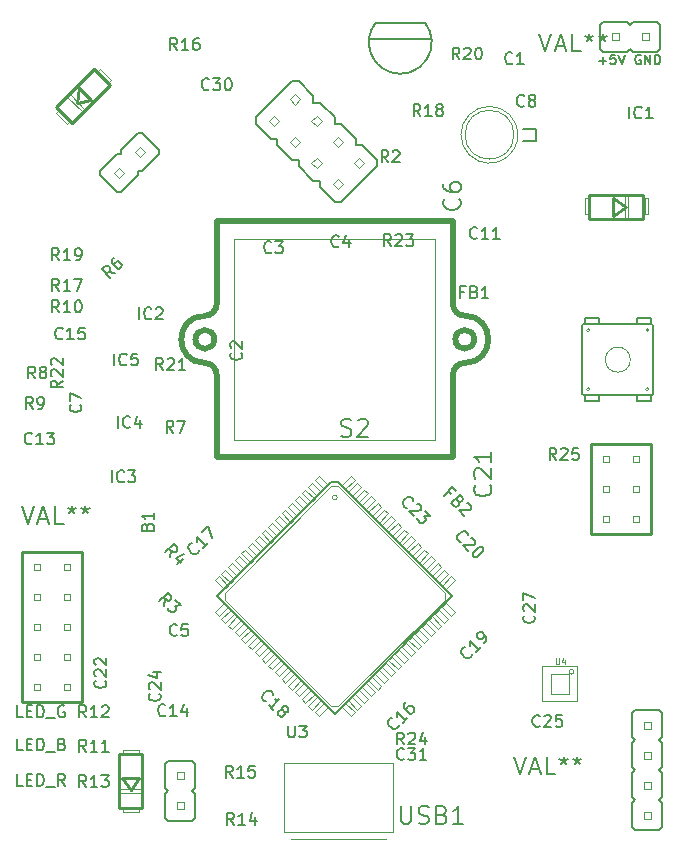
<source format=gto>
%FSLAX34Y34*%
G04 Gerber Fmt 3.4, Leading zero omitted, Abs format*
G04 (created by PCBNEW (2014-03-19 BZR 4756)-product) date Sat 09 Aug 2014 12:53:28 PM PDT*
%MOIN*%
G01*
G70*
G90*
G04 APERTURE LIST*
%ADD10C,0.005906*%
%ADD11C,0.002600*%
%ADD12C,0.010000*%
%ADD13C,0.003937*%
%ADD14C,0.019685*%
%ADD15C,0.007000*%
%ADD16C,0.000700*%
%ADD17C,0.000005*%
%ADD18C,0.006000*%
%ADD19C,0.001969*%
%ADD20C,0.000394*%
%ADD21C,0.005000*%
%ADD22C,0.002500*%
%ADD23C,0.002000*%
%ADD24C,0.004921*%
G04 APERTURE END LIST*
G54D10*
X68657Y-32952D02*
X68627Y-32937D01*
X68582Y-32937D01*
X68537Y-32952D01*
X68507Y-32982D01*
X68492Y-33012D01*
X68477Y-33072D01*
X68477Y-33117D01*
X68492Y-33177D01*
X68507Y-33207D01*
X68537Y-33237D01*
X68582Y-33252D01*
X68612Y-33252D01*
X68657Y-33237D01*
X68672Y-33222D01*
X68672Y-33117D01*
X68612Y-33117D01*
X68807Y-33252D02*
X68807Y-32937D01*
X68987Y-33252D01*
X68987Y-32937D01*
X69137Y-33252D02*
X69137Y-32937D01*
X69212Y-32937D01*
X69257Y-32952D01*
X69287Y-32982D01*
X69302Y-33012D01*
X69317Y-33072D01*
X69317Y-33117D01*
X69302Y-33177D01*
X69287Y-33207D01*
X69257Y-33237D01*
X69212Y-33252D01*
X69137Y-33252D01*
X67272Y-33132D02*
X67512Y-33132D01*
X67392Y-33252D02*
X67392Y-33012D01*
X67812Y-32937D02*
X67662Y-32937D01*
X67647Y-33087D01*
X67662Y-33072D01*
X67692Y-33057D01*
X67767Y-33057D01*
X67797Y-33072D01*
X67812Y-33087D01*
X67827Y-33117D01*
X67827Y-33192D01*
X67812Y-33222D01*
X67797Y-33237D01*
X67767Y-33252D01*
X67692Y-33252D01*
X67662Y-33237D01*
X67647Y-33222D01*
X67917Y-32937D02*
X68022Y-33252D01*
X68127Y-32937D01*
G54D11*
X49536Y-35251D02*
X49606Y-35181D01*
X49606Y-35181D02*
X49232Y-34807D01*
X49162Y-34877D02*
X49232Y-34807D01*
X49536Y-35251D02*
X49162Y-34877D01*
X50941Y-33846D02*
X51011Y-33776D01*
X51011Y-33776D02*
X50637Y-33402D01*
X50567Y-33472D02*
X50637Y-33402D01*
X50941Y-33846D02*
X50567Y-33472D01*
X50094Y-34889D02*
X50177Y-34806D01*
X50177Y-34806D02*
X49593Y-34222D01*
X49510Y-34305D02*
X49593Y-34222D01*
X50094Y-34889D02*
X49510Y-34305D01*
G54D12*
X49162Y-34682D02*
X50442Y-33402D01*
X50442Y-33402D02*
X50984Y-33944D01*
X50984Y-33944D02*
X49704Y-35224D01*
X49704Y-35224D02*
X49162Y-34682D01*
X49857Y-34542D02*
X49940Y-34042D01*
X49940Y-34042D02*
X50343Y-34445D01*
X50343Y-34445D02*
X49857Y-34542D01*
G54D13*
X57015Y-59074D02*
X60165Y-59074D01*
X56779Y-58838D02*
X60401Y-58838D01*
X60401Y-58838D02*
X60401Y-56555D01*
X60401Y-56555D02*
X56779Y-56555D01*
X56779Y-56555D02*
X56779Y-58838D01*
X55118Y-39074D02*
X61811Y-39074D01*
X61811Y-39074D02*
X61811Y-45767D01*
X61811Y-45767D02*
X55118Y-45767D01*
X55118Y-45767D02*
X55118Y-39074D01*
G54D14*
X54527Y-38484D02*
X62401Y-38484D01*
X54527Y-46358D02*
X62401Y-46358D01*
X54527Y-38484D02*
X54527Y-41240D01*
X54527Y-41240D02*
G75*
G02X54133Y-41633I-393J0D01*
G74*
G01*
X54133Y-41633D02*
G75*
G03X54133Y-43208I0J-787D01*
G74*
G01*
X54527Y-43602D02*
G75*
G03X54133Y-43208I-393J0D01*
G74*
G01*
X54448Y-42421D02*
G75*
G03X54448Y-42421I-314J0D01*
G74*
G01*
X54527Y-43602D02*
X54527Y-46358D01*
X62401Y-38484D02*
X62401Y-41240D01*
X62401Y-41240D02*
G75*
G03X62795Y-41633I393J0D01*
G74*
G01*
X62795Y-43208D02*
G75*
G03X62795Y-41633I0J787D01*
G74*
G01*
X62401Y-43602D02*
G75*
G02X62795Y-43208I393J0D01*
G74*
G01*
X63110Y-42421D02*
G75*
G03X63110Y-42421I-314J0D01*
G74*
G01*
X62401Y-43602D02*
X62401Y-46358D01*
G54D11*
X68600Y-48500D02*
X68600Y-48300D01*
X68600Y-48300D02*
X68400Y-48300D01*
X68400Y-48500D02*
X68400Y-48300D01*
X68600Y-48500D02*
X68400Y-48500D01*
X67600Y-48500D02*
X67600Y-48300D01*
X67600Y-48300D02*
X67400Y-48300D01*
X67400Y-48500D02*
X67400Y-48300D01*
X67600Y-48500D02*
X67400Y-48500D01*
X67600Y-47500D02*
X67600Y-47300D01*
X67600Y-47300D02*
X67400Y-47300D01*
X67400Y-47500D02*
X67400Y-47300D01*
X67600Y-47500D02*
X67400Y-47500D01*
X68600Y-47500D02*
X68600Y-47300D01*
X68600Y-47300D02*
X68400Y-47300D01*
X68400Y-47500D02*
X68400Y-47300D01*
X68600Y-47500D02*
X68400Y-47500D01*
X67600Y-46500D02*
X67600Y-46300D01*
X67600Y-46300D02*
X67400Y-46300D01*
X67400Y-46500D02*
X67400Y-46300D01*
X67600Y-46500D02*
X67400Y-46500D01*
X68600Y-46500D02*
X68600Y-46300D01*
X68600Y-46300D02*
X68400Y-46300D01*
X68400Y-46500D02*
X68400Y-46300D01*
X68600Y-46500D02*
X68400Y-46500D01*
G54D12*
X67000Y-48900D02*
X67000Y-45900D01*
X67000Y-45900D02*
X69000Y-45900D01*
X69000Y-45900D02*
X69000Y-48900D01*
X69000Y-48900D02*
X67000Y-48900D01*
G54D11*
X60475Y-52900D02*
X60779Y-53204D01*
X60779Y-53204D02*
X60906Y-53077D01*
X60602Y-52773D02*
X60906Y-53077D01*
X60475Y-52900D02*
X60602Y-52773D01*
X60698Y-52677D02*
X61002Y-52981D01*
X61002Y-52981D02*
X61129Y-52854D01*
X60825Y-52550D02*
X61129Y-52854D01*
X60698Y-52677D02*
X60825Y-52550D01*
X60921Y-52455D02*
X61225Y-52759D01*
X61225Y-52759D02*
X61352Y-52631D01*
X61048Y-52327D02*
X61352Y-52631D01*
X60921Y-52455D02*
X61048Y-52327D01*
X61143Y-52232D02*
X61447Y-52536D01*
X61447Y-52536D02*
X61575Y-52409D01*
X61271Y-52105D02*
X61575Y-52409D01*
X61143Y-52232D02*
X61271Y-52105D01*
X61366Y-52009D02*
X61670Y-52313D01*
X61670Y-52313D02*
X61797Y-52186D01*
X61493Y-51882D02*
X61797Y-52186D01*
X61366Y-52009D02*
X61493Y-51882D01*
X61589Y-51786D02*
X61893Y-52090D01*
X61893Y-52090D02*
X62020Y-51963D01*
X61716Y-51659D02*
X62020Y-51963D01*
X61589Y-51786D02*
X61716Y-51659D01*
X61812Y-51564D02*
X62116Y-51868D01*
X62116Y-51868D02*
X62243Y-51740D01*
X61939Y-51436D02*
X62243Y-51740D01*
X61812Y-51564D02*
X61939Y-51436D01*
X62034Y-51341D02*
X62338Y-51645D01*
X62338Y-51645D02*
X62466Y-51518D01*
X62162Y-51214D02*
X62466Y-51518D01*
X62034Y-51341D02*
X62162Y-51214D01*
X60253Y-53122D02*
X60557Y-53426D01*
X60557Y-53426D02*
X60684Y-53299D01*
X60380Y-52995D02*
X60684Y-53299D01*
X60253Y-53122D02*
X60380Y-52995D01*
X60030Y-53345D02*
X60334Y-53649D01*
X60334Y-53649D02*
X60462Y-53522D01*
X60158Y-53218D02*
X60462Y-53522D01*
X60030Y-53345D02*
X60158Y-53218D01*
X59808Y-53568D02*
X60112Y-53872D01*
X60112Y-53872D02*
X60239Y-53744D01*
X59935Y-53440D02*
X60239Y-53744D01*
X59808Y-53568D02*
X59935Y-53440D01*
X59585Y-53790D02*
X59889Y-54094D01*
X59889Y-54094D02*
X60016Y-53967D01*
X59712Y-53663D02*
X60016Y-53967D01*
X59585Y-53790D02*
X59712Y-53663D01*
X59362Y-54013D02*
X59666Y-54317D01*
X59666Y-54317D02*
X59793Y-54190D01*
X59489Y-53886D02*
X59793Y-54190D01*
X59362Y-54013D02*
X59489Y-53886D01*
X59139Y-54236D02*
X59443Y-54540D01*
X59443Y-54540D02*
X59571Y-54413D01*
X59267Y-54108D02*
X59571Y-54413D01*
X59139Y-54236D02*
X59267Y-54108D01*
X58917Y-54458D02*
X59221Y-54763D01*
X59221Y-54763D02*
X59348Y-54635D01*
X59044Y-54331D02*
X59348Y-54635D01*
X58917Y-54458D02*
X59044Y-54331D01*
X58694Y-54681D02*
X58998Y-54985D01*
X58998Y-54985D02*
X59125Y-54858D01*
X58821Y-54554D02*
X59125Y-54858D01*
X58694Y-54681D02*
X58821Y-54554D01*
X56244Y-53299D02*
X56371Y-53426D01*
X56371Y-53426D02*
X56675Y-53122D01*
X56548Y-52995D02*
X56675Y-53122D01*
X56244Y-53299D02*
X56548Y-52995D01*
X56466Y-53522D02*
X56594Y-53649D01*
X56594Y-53649D02*
X56898Y-53345D01*
X56771Y-53218D02*
X56898Y-53345D01*
X56466Y-53522D02*
X56771Y-53218D01*
X56689Y-53744D02*
X56817Y-53872D01*
X56817Y-53872D02*
X57121Y-53568D01*
X56993Y-53440D02*
X57121Y-53568D01*
X56689Y-53744D02*
X56993Y-53440D01*
X56912Y-53967D02*
X57039Y-54094D01*
X57039Y-54094D02*
X57343Y-53790D01*
X57216Y-53663D02*
X57343Y-53790D01*
X56912Y-53967D02*
X57216Y-53663D01*
X57135Y-54190D02*
X57262Y-54317D01*
X57262Y-54317D02*
X57566Y-54013D01*
X57439Y-53886D02*
X57566Y-54013D01*
X57135Y-54190D02*
X57439Y-53886D01*
X57357Y-54413D02*
X57485Y-54540D01*
X57485Y-54540D02*
X57789Y-54236D01*
X57662Y-54108D02*
X57789Y-54236D01*
X57357Y-54413D02*
X57662Y-54108D01*
X57580Y-54635D02*
X57707Y-54763D01*
X57707Y-54763D02*
X58012Y-54458D01*
X57884Y-54331D02*
X58012Y-54458D01*
X57580Y-54635D02*
X57884Y-54331D01*
X57803Y-54858D02*
X57930Y-54985D01*
X57930Y-54985D02*
X58234Y-54681D01*
X58107Y-54554D02*
X58234Y-54681D01*
X57803Y-54858D02*
X58107Y-54554D01*
X56022Y-53077D02*
X56149Y-53204D01*
X56149Y-53204D02*
X56453Y-52900D01*
X56326Y-52773D02*
X56453Y-52900D01*
X56022Y-53077D02*
X56326Y-52773D01*
X55799Y-52854D02*
X55926Y-52981D01*
X55926Y-52981D02*
X56230Y-52677D01*
X56103Y-52550D02*
X56230Y-52677D01*
X55799Y-52854D02*
X56103Y-52550D01*
X55576Y-52631D02*
X55704Y-52759D01*
X55704Y-52759D02*
X56008Y-52455D01*
X55880Y-52327D02*
X56008Y-52455D01*
X55576Y-52631D02*
X55880Y-52327D01*
X55354Y-52409D02*
X55481Y-52536D01*
X55481Y-52536D02*
X55785Y-52232D01*
X55658Y-52105D02*
X55785Y-52232D01*
X55354Y-52409D02*
X55658Y-52105D01*
X55131Y-52186D02*
X55258Y-52313D01*
X55258Y-52313D02*
X55562Y-52009D01*
X55435Y-51882D02*
X55562Y-52009D01*
X55131Y-52186D02*
X55435Y-51882D01*
X54908Y-51963D02*
X55035Y-52090D01*
X55035Y-52090D02*
X55339Y-51786D01*
X55212Y-51659D02*
X55339Y-51786D01*
X54908Y-51963D02*
X55212Y-51659D01*
X54685Y-51740D02*
X54813Y-51868D01*
X54813Y-51868D02*
X55117Y-51564D01*
X54989Y-51436D02*
X55117Y-51564D01*
X54685Y-51740D02*
X54989Y-51436D01*
X54463Y-51518D02*
X54590Y-51645D01*
X54590Y-51645D02*
X54894Y-51341D01*
X54767Y-51214D02*
X54894Y-51341D01*
X54463Y-51518D02*
X54767Y-51214D01*
X56022Y-48891D02*
X56326Y-49195D01*
X56326Y-49195D02*
X56453Y-49067D01*
X56149Y-48763D02*
X56453Y-49067D01*
X56022Y-48891D02*
X56149Y-48763D01*
X55799Y-49113D02*
X56103Y-49418D01*
X56103Y-49418D02*
X56230Y-49290D01*
X55926Y-48986D02*
X56230Y-49290D01*
X55799Y-49113D02*
X55926Y-48986D01*
X55576Y-49336D02*
X55880Y-49640D01*
X55880Y-49640D02*
X56008Y-49513D01*
X55704Y-49209D02*
X56008Y-49513D01*
X55576Y-49336D02*
X55704Y-49209D01*
X55354Y-49559D02*
X55658Y-49863D01*
X55658Y-49863D02*
X55785Y-49736D01*
X55481Y-49432D02*
X55785Y-49736D01*
X55354Y-49559D02*
X55481Y-49432D01*
X55131Y-49782D02*
X55435Y-50086D01*
X55435Y-50086D02*
X55562Y-49958D01*
X55258Y-49654D02*
X55562Y-49958D01*
X55131Y-49782D02*
X55258Y-49654D01*
X54908Y-50004D02*
X55212Y-50308D01*
X55212Y-50308D02*
X55339Y-50181D01*
X55035Y-49877D02*
X55339Y-50181D01*
X54908Y-50004D02*
X55035Y-49877D01*
X54685Y-50227D02*
X54989Y-50531D01*
X54989Y-50531D02*
X55117Y-50404D01*
X54813Y-50100D02*
X55117Y-50404D01*
X54685Y-50227D02*
X54813Y-50100D01*
X54463Y-50450D02*
X54767Y-50754D01*
X54767Y-50754D02*
X54894Y-50627D01*
X54590Y-50323D02*
X54894Y-50627D01*
X54463Y-50450D02*
X54590Y-50323D01*
X56244Y-48669D02*
X56548Y-48973D01*
X56548Y-48973D02*
X56675Y-48845D01*
X56371Y-48541D02*
X56675Y-48845D01*
X56244Y-48669D02*
X56371Y-48541D01*
X56466Y-48446D02*
X56771Y-48750D01*
X56771Y-48750D02*
X56898Y-48623D01*
X56594Y-48319D02*
X56898Y-48623D01*
X56466Y-48446D02*
X56594Y-48319D01*
X56689Y-48223D02*
X56993Y-48527D01*
X56993Y-48527D02*
X57121Y-48400D01*
X56817Y-48096D02*
X57121Y-48400D01*
X56689Y-48223D02*
X56817Y-48096D01*
X56912Y-48000D02*
X57216Y-48305D01*
X57216Y-48305D02*
X57343Y-48177D01*
X57039Y-47873D02*
X57343Y-48177D01*
X56912Y-48000D02*
X57039Y-47873D01*
X57135Y-47778D02*
X57439Y-48082D01*
X57439Y-48082D02*
X57566Y-47955D01*
X57262Y-47650D02*
X57566Y-47955D01*
X57135Y-47778D02*
X57262Y-47650D01*
X57357Y-47555D02*
X57662Y-47859D01*
X57662Y-47859D02*
X57789Y-47732D01*
X57485Y-47428D02*
X57789Y-47732D01*
X57357Y-47555D02*
X57485Y-47428D01*
X57580Y-47332D02*
X57884Y-47636D01*
X57884Y-47636D02*
X58012Y-47509D01*
X57707Y-47205D02*
X58012Y-47509D01*
X57580Y-47332D02*
X57707Y-47205D01*
X57803Y-47110D02*
X58107Y-47414D01*
X58107Y-47414D02*
X58234Y-47286D01*
X57930Y-46982D02*
X58234Y-47286D01*
X57803Y-47110D02*
X57930Y-46982D01*
X60253Y-48845D02*
X60380Y-48973D01*
X60380Y-48973D02*
X60684Y-48669D01*
X60557Y-48541D02*
X60684Y-48669D01*
X60253Y-48845D02*
X60557Y-48541D01*
X60030Y-48623D02*
X60158Y-48750D01*
X60158Y-48750D02*
X60462Y-48446D01*
X60334Y-48319D02*
X60462Y-48446D01*
X60030Y-48623D02*
X60334Y-48319D01*
X59808Y-48400D02*
X59935Y-48527D01*
X59935Y-48527D02*
X60239Y-48223D01*
X60112Y-48096D02*
X60239Y-48223D01*
X59808Y-48400D02*
X60112Y-48096D01*
X59585Y-48177D02*
X59712Y-48305D01*
X59712Y-48305D02*
X60016Y-48000D01*
X59889Y-47873D02*
X60016Y-48000D01*
X59585Y-48177D02*
X59889Y-47873D01*
X59362Y-47955D02*
X59489Y-48082D01*
X59489Y-48082D02*
X59793Y-47778D01*
X59666Y-47650D02*
X59793Y-47778D01*
X59362Y-47955D02*
X59666Y-47650D01*
X59139Y-47732D02*
X59267Y-47859D01*
X59267Y-47859D02*
X59571Y-47555D01*
X59443Y-47428D02*
X59571Y-47555D01*
X59139Y-47732D02*
X59443Y-47428D01*
X58917Y-47509D02*
X59044Y-47636D01*
X59044Y-47636D02*
X59348Y-47332D01*
X59221Y-47205D02*
X59348Y-47332D01*
X58917Y-47509D02*
X59221Y-47205D01*
X58694Y-47286D02*
X58821Y-47414D01*
X58821Y-47414D02*
X59125Y-47110D01*
X58998Y-46982D02*
X59125Y-47110D01*
X58694Y-47286D02*
X58998Y-46982D01*
X60475Y-49067D02*
X60602Y-49195D01*
X60602Y-49195D02*
X60906Y-48891D01*
X60779Y-48763D02*
X60906Y-48891D01*
X60475Y-49067D02*
X60779Y-48763D01*
X60698Y-49290D02*
X60825Y-49418D01*
X60825Y-49418D02*
X61129Y-49113D01*
X61002Y-48986D02*
X61129Y-49113D01*
X60698Y-49290D02*
X61002Y-48986D01*
X60921Y-49513D02*
X61048Y-49640D01*
X61048Y-49640D02*
X61352Y-49336D01*
X61225Y-49209D02*
X61352Y-49336D01*
X60921Y-49513D02*
X61225Y-49209D01*
X61143Y-49736D02*
X61271Y-49863D01*
X61271Y-49863D02*
X61575Y-49559D01*
X61447Y-49432D02*
X61575Y-49559D01*
X61143Y-49736D02*
X61447Y-49432D01*
X61366Y-49958D02*
X61493Y-50086D01*
X61493Y-50086D02*
X61797Y-49782D01*
X61670Y-49654D02*
X61797Y-49782D01*
X61366Y-49958D02*
X61670Y-49654D01*
X61589Y-50181D02*
X61716Y-50308D01*
X61716Y-50308D02*
X62020Y-50004D01*
X61893Y-49877D02*
X62020Y-50004D01*
X61589Y-50181D02*
X61893Y-49877D01*
X61812Y-50404D02*
X61939Y-50531D01*
X61939Y-50531D02*
X62243Y-50227D01*
X62116Y-50100D02*
X62243Y-50227D01*
X61812Y-50404D02*
X62116Y-50100D01*
X62034Y-50627D02*
X62162Y-50754D01*
X62162Y-50754D02*
X62466Y-50450D01*
X62338Y-50323D02*
X62466Y-50450D01*
X62034Y-50627D02*
X62338Y-50323D01*
G54D15*
X62381Y-50984D02*
X58464Y-54901D01*
X58464Y-54901D02*
X54547Y-50984D01*
X54547Y-50984D02*
X58344Y-47187D01*
X58584Y-47187D02*
X62381Y-50984D01*
X58344Y-47187D02*
X58584Y-47187D01*
G54D16*
X58576Y-47310D02*
X62138Y-50872D01*
X62138Y-50872D02*
X62138Y-51095D01*
X62138Y-51095D02*
X58576Y-54658D01*
X58576Y-54658D02*
X58352Y-54658D01*
X58352Y-54658D02*
X54790Y-51095D01*
X54790Y-51095D02*
X54790Y-50872D01*
X54790Y-50872D02*
X58352Y-47310D01*
X58352Y-47310D02*
X58576Y-47310D01*
G54D17*
X58542Y-47697D02*
G75*
G03X58542Y-47697I-77J0D01*
G74*
G01*
G54D11*
X68997Y-58401D02*
X68997Y-58161D01*
X68997Y-58161D02*
X68757Y-58161D01*
X68757Y-58401D02*
X68757Y-58161D01*
X68997Y-58401D02*
X68757Y-58401D01*
X68997Y-57401D02*
X68997Y-57161D01*
X68997Y-57161D02*
X68757Y-57161D01*
X68757Y-57401D02*
X68757Y-57161D01*
X68997Y-57401D02*
X68757Y-57401D01*
X68997Y-56401D02*
X68997Y-56161D01*
X68997Y-56161D02*
X68757Y-56161D01*
X68757Y-56401D02*
X68757Y-56161D01*
X68997Y-56401D02*
X68757Y-56401D01*
X68997Y-55401D02*
X68997Y-55161D01*
X68997Y-55161D02*
X68757Y-55161D01*
X68757Y-55401D02*
X68757Y-55161D01*
X68997Y-55401D02*
X68757Y-55401D01*
G54D18*
X69277Y-58781D02*
X68477Y-58781D01*
X68377Y-55881D02*
X68377Y-56681D01*
X68477Y-56781D02*
X68377Y-56681D01*
X69377Y-55881D02*
X69377Y-56681D01*
X69277Y-56781D02*
X69377Y-56681D01*
X69377Y-55881D02*
X69277Y-55781D01*
X68377Y-55881D02*
X68477Y-55781D01*
X68377Y-56881D02*
X68477Y-56781D01*
X68377Y-56881D02*
X68377Y-57681D01*
X68477Y-57781D02*
X68377Y-57681D01*
X68377Y-57881D02*
X68477Y-57781D01*
X68477Y-58781D02*
X68377Y-58681D01*
X68377Y-57881D02*
X68377Y-58681D01*
X69377Y-56881D02*
X69277Y-56781D01*
X69277Y-57781D02*
X69377Y-57681D01*
X69377Y-57881D02*
X69277Y-57781D01*
X69277Y-58781D02*
X69377Y-58681D01*
X69377Y-56881D02*
X69377Y-57681D01*
X69377Y-57881D02*
X69377Y-58681D01*
X68477Y-54781D02*
X69277Y-54781D01*
X68377Y-54881D02*
X68477Y-54781D01*
X69377Y-54881D02*
X69277Y-54781D01*
X69277Y-55781D02*
X69377Y-55681D01*
X68477Y-55781D02*
X68377Y-55681D01*
X68377Y-54881D02*
X68377Y-55681D01*
X69377Y-54881D02*
X69377Y-55681D01*
G54D11*
X48450Y-49920D02*
X48450Y-50120D01*
X48450Y-50120D02*
X48650Y-50120D01*
X48650Y-49920D02*
X48650Y-50120D01*
X48450Y-49920D02*
X48650Y-49920D01*
X49450Y-49920D02*
X49450Y-50120D01*
X49450Y-50120D02*
X49650Y-50120D01*
X49650Y-49920D02*
X49650Y-50120D01*
X49450Y-49920D02*
X49650Y-49920D01*
X49450Y-50920D02*
X49450Y-51120D01*
X49450Y-51120D02*
X49650Y-51120D01*
X49650Y-50920D02*
X49650Y-51120D01*
X49450Y-50920D02*
X49650Y-50920D01*
X48450Y-50920D02*
X48450Y-51120D01*
X48450Y-51120D02*
X48650Y-51120D01*
X48650Y-50920D02*
X48650Y-51120D01*
X48450Y-50920D02*
X48650Y-50920D01*
X49450Y-51920D02*
X49450Y-52120D01*
X49450Y-52120D02*
X49650Y-52120D01*
X49650Y-51920D02*
X49650Y-52120D01*
X49450Y-51920D02*
X49650Y-51920D01*
X48450Y-51920D02*
X48450Y-52120D01*
X48450Y-52120D02*
X48650Y-52120D01*
X48650Y-51920D02*
X48650Y-52120D01*
X48450Y-51920D02*
X48650Y-51920D01*
X49450Y-52920D02*
X49450Y-53120D01*
X49450Y-53120D02*
X49650Y-53120D01*
X49650Y-52920D02*
X49650Y-53120D01*
X49450Y-52920D02*
X49650Y-52920D01*
X48450Y-52920D02*
X48450Y-53120D01*
X48450Y-53120D02*
X48650Y-53120D01*
X48650Y-52920D02*
X48650Y-53120D01*
X48450Y-52920D02*
X48650Y-52920D01*
X49450Y-53920D02*
X49450Y-54120D01*
X49450Y-54120D02*
X49650Y-54120D01*
X49650Y-53920D02*
X49650Y-54120D01*
X49450Y-53920D02*
X49650Y-53920D01*
X48450Y-53920D02*
X48450Y-54120D01*
X48450Y-54120D02*
X48650Y-54120D01*
X48650Y-53920D02*
X48650Y-54120D01*
X48450Y-53920D02*
X48650Y-53920D01*
G54D12*
X50050Y-49520D02*
X50050Y-54520D01*
X50050Y-54520D02*
X48050Y-54520D01*
X48050Y-54520D02*
X48050Y-49520D01*
X48050Y-49520D02*
X50050Y-49520D01*
G54D19*
X66263Y-53562D02*
X66263Y-54232D01*
X66263Y-54232D02*
X65665Y-54232D01*
X65665Y-54232D02*
X65665Y-53562D01*
X65665Y-53562D02*
X66263Y-53562D01*
G54D13*
X66437Y-53503D02*
G75*
G03X66437Y-53503I-78J0D01*
G74*
G01*
G54D20*
X66555Y-53307D02*
X66555Y-54488D01*
X66555Y-54488D02*
X65374Y-54488D01*
X65374Y-53307D02*
X65374Y-54488D01*
X66555Y-53307D02*
X65374Y-53307D01*
G54D11*
X56981Y-34424D02*
X57151Y-34594D01*
X57151Y-34594D02*
X57320Y-34424D01*
X57151Y-34254D02*
X57320Y-34424D01*
X56981Y-34424D02*
X57151Y-34254D01*
X57688Y-35131D02*
X57858Y-35301D01*
X57858Y-35301D02*
X58027Y-35131D01*
X57858Y-34961D02*
X58027Y-35131D01*
X57688Y-35131D02*
X57858Y-34961D01*
X58395Y-35838D02*
X58565Y-36008D01*
X58565Y-36008D02*
X58735Y-35838D01*
X58565Y-35668D02*
X58735Y-35838D01*
X58395Y-35838D02*
X58565Y-35668D01*
X58395Y-37252D02*
X58565Y-37422D01*
X58565Y-37422D02*
X58735Y-37252D01*
X58565Y-37083D02*
X58735Y-37252D01*
X58395Y-37252D02*
X58565Y-37083D01*
X56274Y-35131D02*
X56444Y-35301D01*
X56444Y-35301D02*
X56613Y-35131D01*
X56444Y-34961D02*
X56613Y-35131D01*
X56274Y-35131D02*
X56444Y-34961D01*
X56981Y-35838D02*
X57151Y-36008D01*
X57151Y-36008D02*
X57320Y-35838D01*
X57151Y-35668D02*
X57320Y-35838D01*
X56981Y-35838D02*
X57151Y-35668D01*
X59102Y-36545D02*
X59272Y-36715D01*
X59272Y-36715D02*
X59442Y-36545D01*
X59272Y-36375D02*
X59442Y-36545D01*
X59102Y-36545D02*
X59272Y-36375D01*
X57688Y-36545D02*
X57858Y-36715D01*
X57858Y-36715D02*
X58027Y-36545D01*
X57858Y-36375D02*
X58027Y-36545D01*
X57688Y-36545D02*
X57858Y-36375D01*
G54D18*
X55843Y-35025D02*
X57045Y-33823D01*
X57752Y-34318D02*
X57752Y-34530D01*
X57752Y-34530D02*
X57964Y-34530D01*
X57964Y-34530D02*
X58459Y-35025D01*
X58459Y-35237D02*
X58459Y-35025D01*
X58459Y-35237D02*
X58671Y-35237D01*
X58671Y-35237D02*
X59166Y-35732D01*
X59166Y-35944D02*
X59166Y-35732D01*
X57752Y-37146D02*
X57964Y-37146D01*
X57752Y-37146D02*
X57257Y-36651D01*
X57257Y-36439D02*
X57257Y-36651D01*
X57257Y-36439D02*
X57045Y-36439D01*
X57045Y-36439D02*
X56550Y-35944D01*
X56550Y-35732D02*
X56550Y-35944D01*
X56550Y-35732D02*
X56337Y-35732D01*
X59873Y-36651D02*
X58671Y-37853D01*
X59166Y-35944D02*
X59378Y-35944D01*
X59378Y-35944D02*
X59873Y-36439D01*
X59873Y-36651D02*
X59873Y-36439D01*
X57964Y-37146D02*
X57964Y-37358D01*
X58459Y-37853D02*
X57964Y-37358D01*
X58459Y-37853D02*
X58671Y-37853D01*
X57045Y-33823D02*
X57257Y-33823D01*
X57257Y-33823D02*
X57752Y-34318D01*
X55843Y-35025D02*
X55843Y-35237D01*
X55843Y-35237D02*
X56337Y-35732D01*
G54D11*
X68893Y-37725D02*
X68794Y-37725D01*
X68794Y-37725D02*
X68794Y-38255D01*
X68893Y-38255D02*
X68794Y-38255D01*
X68893Y-37725D02*
X68893Y-38255D01*
X66906Y-37725D02*
X66807Y-37725D01*
X66807Y-37725D02*
X66807Y-38255D01*
X66906Y-38255D02*
X66807Y-38255D01*
X66906Y-37725D02*
X66906Y-38255D01*
X68243Y-37587D02*
X68125Y-37587D01*
X68125Y-37587D02*
X68125Y-38413D01*
X68243Y-38413D02*
X68125Y-38413D01*
X68243Y-37587D02*
X68243Y-38413D01*
G54D12*
X68755Y-38393D02*
X66945Y-38393D01*
X66945Y-38393D02*
X66945Y-37626D01*
X66945Y-37626D02*
X68755Y-37626D01*
X68755Y-37626D02*
X68755Y-38393D01*
X68164Y-38000D02*
X67752Y-38295D01*
X67752Y-38295D02*
X67752Y-37725D01*
X67752Y-37725D02*
X68164Y-38000D01*
G54D11*
X51948Y-58188D02*
X51948Y-58089D01*
X51948Y-58089D02*
X51418Y-58089D01*
X51418Y-58188D02*
X51418Y-58089D01*
X51948Y-58188D02*
X51418Y-58188D01*
X51948Y-56201D02*
X51948Y-56102D01*
X51948Y-56102D02*
X51418Y-56102D01*
X51418Y-56201D02*
X51418Y-56102D01*
X51948Y-56201D02*
X51418Y-56201D01*
X52086Y-57538D02*
X52086Y-57420D01*
X52086Y-57420D02*
X51260Y-57420D01*
X51260Y-57538D02*
X51260Y-57420D01*
X52086Y-57538D02*
X51260Y-57538D01*
G54D12*
X51280Y-58050D02*
X51280Y-56240D01*
X51280Y-56240D02*
X52047Y-56240D01*
X52047Y-56240D02*
X52047Y-58050D01*
X52047Y-58050D02*
X51280Y-58050D01*
X51673Y-57459D02*
X51378Y-57047D01*
X51378Y-57047D02*
X51948Y-57047D01*
X51948Y-57047D02*
X51673Y-57459D01*
G54D21*
X66798Y-41919D02*
X66798Y-41723D01*
X66798Y-41723D02*
X67271Y-41723D01*
X67271Y-41723D02*
X67271Y-41919D01*
X68529Y-41919D02*
X68529Y-41723D01*
X68529Y-41723D02*
X69002Y-41723D01*
X69002Y-41723D02*
X69002Y-41919D01*
X69002Y-44281D02*
X69002Y-44477D01*
X69002Y-44477D02*
X68529Y-44477D01*
X68529Y-44477D02*
X68529Y-44281D01*
X66798Y-44281D02*
X66798Y-44477D01*
X66798Y-44477D02*
X67271Y-44477D01*
X67271Y-44477D02*
X67271Y-44281D01*
X66719Y-41959D02*
X66719Y-44241D01*
X66759Y-44281D02*
X69041Y-44281D01*
X69081Y-44241D02*
X69081Y-41959D01*
X69041Y-41919D02*
X66759Y-41919D01*
G54D22*
X68317Y-43100D02*
G75*
G03X68317Y-43100I-417J0D01*
G74*
G01*
X66971Y-42116D02*
G75*
G03X66971Y-42116I-55J0D01*
G74*
G01*
X68939Y-42116D02*
G75*
G03X68939Y-42116I-55J0D01*
G74*
G01*
X68939Y-44084D02*
G75*
G03X68939Y-44084I-55J0D01*
G74*
G01*
X66971Y-44084D02*
G75*
G03X66971Y-44084I-55J0D01*
G74*
G01*
G54D21*
X66759Y-41919D02*
G75*
G03X66719Y-41959I0J-40D01*
G74*
G01*
X66719Y-44241D02*
G75*
G03X66759Y-44281I40J0D01*
G74*
G01*
X69041Y-44281D02*
G75*
G03X69081Y-44241I0J40D01*
G74*
G01*
X69081Y-41959D02*
G75*
G03X69041Y-41919I-40J0D01*
G74*
G01*
X61474Y-31870D02*
X59826Y-31870D01*
X61537Y-32420D02*
X60762Y-32420D01*
X61695Y-32420D02*
X61537Y-32420D01*
X60762Y-32420D02*
X60538Y-32420D01*
X59763Y-32420D02*
X59605Y-32420D01*
X60538Y-32420D02*
X59763Y-32420D01*
X61694Y-32418D02*
G75*
G03X61474Y-31870I-1044J-101D01*
G74*
G01*
X60959Y-33523D02*
G75*
G03X61695Y-32420I-309J1003D01*
G74*
G01*
X59824Y-31872D02*
G75*
G03X60341Y-33523I825J-647D01*
G74*
G01*
X60341Y-33523D02*
G75*
G03X60959Y-33523I308J1003D01*
G74*
G01*
X65170Y-35400D02*
X65170Y-35800D01*
X65170Y-35400D02*
X64752Y-35400D01*
X65170Y-35800D02*
X64752Y-35800D01*
G54D22*
X64433Y-35600D02*
G75*
G03X64433Y-35600I-813J0D01*
G74*
G01*
G54D23*
X62744Y-35965D02*
G75*
G03X63255Y-36476I875J365D01*
G74*
G01*
X63254Y-34724D02*
G75*
G03X62744Y-35235I365J-875D01*
G74*
G01*
X63255Y-36476D02*
G75*
G03X64496Y-35235I364J876D01*
G74*
G01*
X64495Y-35234D02*
G75*
G03X63985Y-34724I-875J-365D01*
G74*
G01*
X63984Y-34723D02*
G75*
G03X63255Y-34724I-364J-876D01*
G74*
G01*
X62743Y-35235D02*
G75*
G03X62744Y-35965I876J-364D01*
G74*
G01*
G54D11*
X67930Y-32450D02*
X67930Y-32210D01*
X67930Y-32210D02*
X67690Y-32210D01*
X67690Y-32450D02*
X67690Y-32210D01*
X67930Y-32450D02*
X67690Y-32450D01*
X68930Y-32450D02*
X68930Y-32210D01*
X68930Y-32210D02*
X68690Y-32210D01*
X68690Y-32450D02*
X68690Y-32210D01*
X68930Y-32450D02*
X68690Y-32450D01*
G54D18*
X68310Y-32730D02*
X68210Y-32830D01*
X68310Y-32730D02*
X68410Y-32830D01*
X68310Y-31930D02*
X68210Y-31830D01*
X68310Y-31930D02*
X68410Y-31830D01*
X68410Y-31830D02*
X69210Y-31830D01*
X69310Y-31930D02*
X69210Y-31830D01*
X67410Y-31830D02*
X67310Y-31930D01*
X67410Y-31830D02*
X68210Y-31830D01*
X67310Y-31930D02*
X67310Y-32730D01*
X67410Y-32830D02*
X67310Y-32730D01*
X67410Y-32830D02*
X68210Y-32830D01*
X68410Y-32830D02*
X69210Y-32830D01*
X69310Y-32730D02*
X69210Y-32830D01*
X69310Y-32730D02*
X69310Y-31930D01*
G54D11*
X51446Y-36885D02*
X51276Y-36715D01*
X51276Y-36715D02*
X51106Y-36885D01*
X51276Y-37054D02*
X51106Y-36885D01*
X51446Y-36885D02*
X51276Y-37054D01*
X52153Y-36177D02*
X51983Y-36008D01*
X51983Y-36008D02*
X51813Y-36177D01*
X51983Y-36347D02*
X51813Y-36177D01*
X52153Y-36177D02*
X51983Y-36347D01*
G54D18*
X51912Y-36814D02*
X51912Y-36955D01*
X51912Y-36814D02*
X52054Y-36814D01*
X51347Y-36248D02*
X51205Y-36248D01*
X51347Y-36248D02*
X51347Y-36107D01*
X51347Y-36107D02*
X51912Y-35541D01*
X52054Y-35541D02*
X51912Y-35541D01*
X50639Y-36814D02*
X50639Y-36955D01*
X50639Y-36814D02*
X51205Y-36248D01*
X50639Y-36955D02*
X51205Y-37521D01*
X51347Y-37521D02*
X51205Y-37521D01*
X51347Y-37521D02*
X51912Y-36955D01*
X52054Y-36814D02*
X52619Y-36248D01*
X52619Y-36107D02*
X52619Y-36248D01*
X52619Y-36107D02*
X52054Y-35541D01*
G54D11*
X53191Y-57088D02*
X53431Y-57088D01*
X53431Y-57088D02*
X53431Y-56848D01*
X53191Y-56848D02*
X53431Y-56848D01*
X53191Y-57088D02*
X53191Y-56848D01*
X53191Y-58088D02*
X53431Y-58088D01*
X53431Y-58088D02*
X53431Y-57848D01*
X53191Y-57848D02*
X53431Y-57848D01*
X53191Y-58088D02*
X53191Y-57848D01*
G54D18*
X52911Y-57468D02*
X52811Y-57368D01*
X52911Y-57468D02*
X52811Y-57568D01*
X53711Y-57468D02*
X53811Y-57368D01*
X53711Y-57468D02*
X53811Y-57568D01*
X53811Y-57568D02*
X53811Y-58368D01*
X53711Y-58468D02*
X53811Y-58368D01*
X53811Y-56568D02*
X53711Y-56468D01*
X53811Y-56568D02*
X53811Y-57368D01*
X53711Y-56468D02*
X52911Y-56468D01*
X52811Y-56568D02*
X52911Y-56468D01*
X52811Y-56568D02*
X52811Y-57368D01*
X52811Y-57568D02*
X52811Y-58368D01*
X52911Y-58468D02*
X52811Y-58368D01*
X52911Y-58468D02*
X53711Y-58468D01*
G54D10*
X60666Y-57983D02*
X60666Y-58461D01*
X60694Y-58517D01*
X60722Y-58546D01*
X60778Y-58574D01*
X60891Y-58574D01*
X60947Y-58546D01*
X60975Y-58517D01*
X61003Y-58461D01*
X61003Y-57983D01*
X61257Y-58546D02*
X61341Y-58574D01*
X61482Y-58574D01*
X61538Y-58546D01*
X61566Y-58517D01*
X61594Y-58461D01*
X61594Y-58405D01*
X61566Y-58349D01*
X61538Y-58321D01*
X61482Y-58293D01*
X61369Y-58264D01*
X61313Y-58236D01*
X61285Y-58208D01*
X61257Y-58152D01*
X61257Y-58096D01*
X61285Y-58039D01*
X61313Y-58011D01*
X61369Y-57983D01*
X61510Y-57983D01*
X61594Y-58011D01*
X62044Y-58264D02*
X62128Y-58293D01*
X62156Y-58321D01*
X62185Y-58377D01*
X62185Y-58461D01*
X62156Y-58517D01*
X62128Y-58546D01*
X62072Y-58574D01*
X61847Y-58574D01*
X61847Y-57983D01*
X62044Y-57983D01*
X62100Y-58011D01*
X62128Y-58039D01*
X62156Y-58096D01*
X62156Y-58152D01*
X62128Y-58208D01*
X62100Y-58236D01*
X62044Y-58264D01*
X61847Y-58264D01*
X62747Y-58574D02*
X62410Y-58574D01*
X62578Y-58574D02*
X62578Y-57983D01*
X62522Y-58068D01*
X62466Y-58124D01*
X62410Y-58152D01*
X52215Y-48663D02*
X52234Y-48607D01*
X52253Y-48588D01*
X52290Y-48569D01*
X52347Y-48569D01*
X52384Y-48588D01*
X52403Y-48607D01*
X52422Y-48644D01*
X52422Y-48794D01*
X52028Y-48794D01*
X52028Y-48663D01*
X52047Y-48625D01*
X52065Y-48607D01*
X52103Y-48588D01*
X52140Y-48588D01*
X52178Y-48607D01*
X52197Y-48625D01*
X52215Y-48663D01*
X52215Y-48794D01*
X52422Y-48194D02*
X52422Y-48419D01*
X52422Y-48307D02*
X52028Y-48307D01*
X52084Y-48344D01*
X52122Y-48382D01*
X52140Y-48419D01*
X64383Y-33211D02*
X64364Y-33230D01*
X64308Y-33248D01*
X64270Y-33248D01*
X64214Y-33230D01*
X64176Y-33192D01*
X64158Y-33155D01*
X64139Y-33080D01*
X64139Y-33023D01*
X64158Y-32949D01*
X64176Y-32911D01*
X64214Y-32874D01*
X64270Y-32855D01*
X64308Y-32855D01*
X64364Y-32874D01*
X64383Y-32892D01*
X64758Y-33248D02*
X64533Y-33248D01*
X64645Y-33248D02*
X64645Y-32855D01*
X64608Y-32911D01*
X64570Y-32949D01*
X64533Y-32967D01*
X55337Y-42860D02*
X55356Y-42879D01*
X55374Y-42935D01*
X55374Y-42973D01*
X55356Y-43029D01*
X55318Y-43067D01*
X55281Y-43085D01*
X55206Y-43104D01*
X55149Y-43104D01*
X55074Y-43085D01*
X55037Y-43067D01*
X55000Y-43029D01*
X54981Y-42973D01*
X54981Y-42935D01*
X55000Y-42879D01*
X55018Y-42860D01*
X55018Y-42710D02*
X55000Y-42692D01*
X54981Y-42654D01*
X54981Y-42560D01*
X55000Y-42523D01*
X55018Y-42504D01*
X55056Y-42485D01*
X55093Y-42485D01*
X55149Y-42504D01*
X55374Y-42729D01*
X55374Y-42485D01*
X56351Y-39510D02*
X56332Y-39529D01*
X56276Y-39548D01*
X56239Y-39548D01*
X56182Y-39529D01*
X56145Y-39491D01*
X56126Y-39454D01*
X56107Y-39379D01*
X56107Y-39323D01*
X56126Y-39248D01*
X56145Y-39210D01*
X56182Y-39173D01*
X56239Y-39154D01*
X56276Y-39154D01*
X56332Y-39173D01*
X56351Y-39191D01*
X56482Y-39154D02*
X56726Y-39154D01*
X56595Y-39304D01*
X56651Y-39304D01*
X56689Y-39323D01*
X56707Y-39341D01*
X56726Y-39379D01*
X56726Y-39473D01*
X56707Y-39510D01*
X56689Y-39529D01*
X56651Y-39548D01*
X56539Y-39548D01*
X56501Y-39529D01*
X56482Y-39510D01*
X58595Y-39313D02*
X58577Y-39332D01*
X58520Y-39351D01*
X58483Y-39351D01*
X58427Y-39332D01*
X58389Y-39295D01*
X58370Y-39257D01*
X58352Y-39182D01*
X58352Y-39126D01*
X58370Y-39051D01*
X58389Y-39013D01*
X58427Y-38976D01*
X58483Y-38957D01*
X58520Y-38957D01*
X58577Y-38976D01*
X58595Y-38995D01*
X58933Y-39088D02*
X58933Y-39351D01*
X58839Y-38938D02*
X58745Y-39220D01*
X58989Y-39220D01*
X53202Y-52266D02*
X53183Y-52285D01*
X53127Y-52304D01*
X53089Y-52304D01*
X53033Y-52285D01*
X52995Y-52247D01*
X52977Y-52210D01*
X52958Y-52135D01*
X52958Y-52079D01*
X52977Y-52004D01*
X52995Y-51966D01*
X53033Y-51929D01*
X53089Y-51910D01*
X53127Y-51910D01*
X53183Y-51929D01*
X53202Y-51947D01*
X53558Y-51910D02*
X53370Y-51910D01*
X53352Y-52097D01*
X53370Y-52079D01*
X53408Y-52060D01*
X53502Y-52060D01*
X53539Y-52079D01*
X53558Y-52097D01*
X53577Y-52135D01*
X53577Y-52229D01*
X53558Y-52266D01*
X53539Y-52285D01*
X53502Y-52304D01*
X53408Y-52304D01*
X53370Y-52285D01*
X53352Y-52266D01*
X62612Y-37736D02*
X62640Y-37764D01*
X62668Y-37848D01*
X62668Y-37904D01*
X62640Y-37989D01*
X62584Y-38045D01*
X62528Y-38073D01*
X62415Y-38101D01*
X62331Y-38101D01*
X62218Y-38073D01*
X62162Y-38045D01*
X62106Y-37989D01*
X62078Y-37904D01*
X62078Y-37848D01*
X62106Y-37764D01*
X62134Y-37736D01*
X62078Y-37230D02*
X62078Y-37342D01*
X62106Y-37398D01*
X62134Y-37426D01*
X62218Y-37483D01*
X62331Y-37511D01*
X62556Y-37511D01*
X62612Y-37483D01*
X62640Y-37455D01*
X62668Y-37398D01*
X62668Y-37286D01*
X62640Y-37230D01*
X62612Y-37201D01*
X62556Y-37173D01*
X62415Y-37173D01*
X62359Y-37201D01*
X62331Y-37230D01*
X62303Y-37286D01*
X62303Y-37398D01*
X62331Y-37455D01*
X62359Y-37483D01*
X62415Y-37511D01*
X49983Y-44593D02*
X50001Y-44611D01*
X50020Y-44668D01*
X50020Y-44705D01*
X50001Y-44761D01*
X49964Y-44799D01*
X49926Y-44818D01*
X49851Y-44836D01*
X49795Y-44836D01*
X49720Y-44818D01*
X49683Y-44799D01*
X49645Y-44761D01*
X49626Y-44705D01*
X49626Y-44668D01*
X49645Y-44611D01*
X49664Y-44593D01*
X49626Y-44461D02*
X49626Y-44199D01*
X50020Y-44368D01*
X48368Y-45888D02*
X48350Y-45907D01*
X48293Y-45926D01*
X48256Y-45926D01*
X48200Y-45907D01*
X48162Y-45869D01*
X48143Y-45832D01*
X48125Y-45757D01*
X48125Y-45701D01*
X48143Y-45626D01*
X48162Y-45588D01*
X48200Y-45551D01*
X48256Y-45532D01*
X48293Y-45532D01*
X48350Y-45551D01*
X48368Y-45569D01*
X48743Y-45926D02*
X48518Y-45926D01*
X48631Y-45926D02*
X48631Y-45532D01*
X48593Y-45588D01*
X48556Y-45626D01*
X48518Y-45644D01*
X48875Y-45532D02*
X49118Y-45532D01*
X48987Y-45682D01*
X49043Y-45682D01*
X49081Y-45701D01*
X49100Y-45719D01*
X49118Y-45757D01*
X49118Y-45851D01*
X49100Y-45888D01*
X49081Y-45907D01*
X49043Y-45926D01*
X48931Y-45926D01*
X48893Y-45907D01*
X48875Y-45888D01*
X52817Y-54943D02*
X52799Y-54962D01*
X52742Y-54981D01*
X52705Y-54981D01*
X52649Y-54962D01*
X52611Y-54925D01*
X52592Y-54887D01*
X52574Y-54812D01*
X52574Y-54756D01*
X52592Y-54681D01*
X52611Y-54643D01*
X52649Y-54606D01*
X52705Y-54587D01*
X52742Y-54587D01*
X52799Y-54606D01*
X52817Y-54625D01*
X53192Y-54981D02*
X52967Y-54981D01*
X53080Y-54981D02*
X53080Y-54587D01*
X53042Y-54643D01*
X53005Y-54681D01*
X52967Y-54700D01*
X53530Y-54718D02*
X53530Y-54981D01*
X53436Y-54568D02*
X53342Y-54850D01*
X53586Y-54850D01*
X49392Y-42384D02*
X49373Y-42403D01*
X49317Y-42422D01*
X49280Y-42422D01*
X49223Y-42403D01*
X49186Y-42365D01*
X49167Y-42328D01*
X49148Y-42253D01*
X49148Y-42197D01*
X49167Y-42122D01*
X49186Y-42084D01*
X49223Y-42047D01*
X49280Y-42028D01*
X49317Y-42028D01*
X49373Y-42047D01*
X49392Y-42065D01*
X49767Y-42422D02*
X49542Y-42422D01*
X49655Y-42422D02*
X49655Y-42028D01*
X49617Y-42084D01*
X49580Y-42122D01*
X49542Y-42140D01*
X50123Y-42028D02*
X49936Y-42028D01*
X49917Y-42215D01*
X49936Y-42197D01*
X49973Y-42178D01*
X50067Y-42178D01*
X50104Y-42197D01*
X50123Y-42215D01*
X50142Y-42253D01*
X50142Y-42347D01*
X50123Y-42384D01*
X50104Y-42403D01*
X50067Y-42422D01*
X49973Y-42422D01*
X49936Y-42403D01*
X49917Y-42384D01*
X60589Y-55278D02*
X60589Y-55304D01*
X60563Y-55357D01*
X60536Y-55384D01*
X60483Y-55410D01*
X60430Y-55410D01*
X60390Y-55397D01*
X60324Y-55357D01*
X60284Y-55318D01*
X60245Y-55251D01*
X60231Y-55212D01*
X60231Y-55159D01*
X60258Y-55106D01*
X60284Y-55079D01*
X60337Y-55053D01*
X60364Y-55053D01*
X60881Y-55039D02*
X60722Y-55198D01*
X60801Y-55119D02*
X60523Y-54840D01*
X60536Y-54907D01*
X60536Y-54960D01*
X60523Y-55000D01*
X60841Y-54522D02*
X60788Y-54575D01*
X60775Y-54615D01*
X60775Y-54642D01*
X60788Y-54708D01*
X60828Y-54774D01*
X60934Y-54880D01*
X60974Y-54893D01*
X61000Y-54893D01*
X61040Y-54880D01*
X61093Y-54827D01*
X61106Y-54787D01*
X61106Y-54761D01*
X61093Y-54721D01*
X61027Y-54655D01*
X60987Y-54642D01*
X60960Y-54642D01*
X60921Y-54655D01*
X60868Y-54708D01*
X60854Y-54748D01*
X60854Y-54774D01*
X60868Y-54814D01*
X53936Y-49451D02*
X53936Y-49478D01*
X53909Y-49531D01*
X53883Y-49557D01*
X53830Y-49584D01*
X53777Y-49584D01*
X53737Y-49570D01*
X53671Y-49531D01*
X53631Y-49491D01*
X53591Y-49425D01*
X53578Y-49385D01*
X53578Y-49332D01*
X53604Y-49279D01*
X53631Y-49252D01*
X53684Y-49226D01*
X53710Y-49226D01*
X54227Y-49212D02*
X54068Y-49372D01*
X54148Y-49292D02*
X53869Y-49014D01*
X53883Y-49080D01*
X53883Y-49133D01*
X53869Y-49173D01*
X54042Y-48841D02*
X54227Y-48656D01*
X54386Y-49053D01*
X56178Y-54487D02*
X56151Y-54487D01*
X56098Y-54460D01*
X56072Y-54434D01*
X56045Y-54381D01*
X56045Y-54328D01*
X56058Y-54288D01*
X56098Y-54222D01*
X56138Y-54182D01*
X56204Y-54142D01*
X56244Y-54129D01*
X56297Y-54129D01*
X56350Y-54155D01*
X56377Y-54182D01*
X56403Y-54235D01*
X56403Y-54262D01*
X56416Y-54779D02*
X56257Y-54619D01*
X56337Y-54699D02*
X56615Y-54421D01*
X56549Y-54434D01*
X56496Y-54434D01*
X56456Y-54421D01*
X56735Y-54779D02*
X56721Y-54739D01*
X56721Y-54712D01*
X56735Y-54672D01*
X56748Y-54659D01*
X56788Y-54646D01*
X56814Y-54646D01*
X56854Y-54659D01*
X56907Y-54712D01*
X56920Y-54752D01*
X56920Y-54779D01*
X56907Y-54818D01*
X56894Y-54832D01*
X56854Y-54845D01*
X56827Y-54845D01*
X56788Y-54832D01*
X56735Y-54779D01*
X56695Y-54765D01*
X56668Y-54765D01*
X56629Y-54779D01*
X56576Y-54832D01*
X56562Y-54871D01*
X56562Y-54898D01*
X56576Y-54938D01*
X56629Y-54991D01*
X56668Y-55004D01*
X56695Y-55004D01*
X56735Y-54991D01*
X56788Y-54938D01*
X56801Y-54898D01*
X56801Y-54871D01*
X56788Y-54832D01*
X63030Y-52916D02*
X63030Y-52942D01*
X63004Y-52995D01*
X62977Y-53022D01*
X62924Y-53048D01*
X62871Y-53048D01*
X62831Y-53035D01*
X62765Y-52995D01*
X62725Y-52955D01*
X62686Y-52889D01*
X62672Y-52849D01*
X62672Y-52796D01*
X62699Y-52743D01*
X62725Y-52717D01*
X62778Y-52690D01*
X62805Y-52690D01*
X63322Y-52677D02*
X63163Y-52836D01*
X63242Y-52757D02*
X62964Y-52478D01*
X62977Y-52544D01*
X62977Y-52598D01*
X62964Y-52637D01*
X63454Y-52544D02*
X63507Y-52491D01*
X63521Y-52452D01*
X63521Y-52425D01*
X63507Y-52359D01*
X63468Y-52293D01*
X63362Y-52187D01*
X63322Y-52173D01*
X63295Y-52173D01*
X63256Y-52187D01*
X63203Y-52240D01*
X63189Y-52279D01*
X63189Y-52306D01*
X63203Y-52346D01*
X63269Y-52412D01*
X63309Y-52425D01*
X63335Y-52425D01*
X63375Y-52412D01*
X63428Y-52359D01*
X63441Y-52319D01*
X63441Y-52293D01*
X63428Y-52253D01*
X62674Y-49172D02*
X62647Y-49172D01*
X62594Y-49145D01*
X62568Y-49119D01*
X62541Y-49066D01*
X62541Y-49013D01*
X62555Y-48973D01*
X62594Y-48907D01*
X62634Y-48867D01*
X62700Y-48827D01*
X62740Y-48814D01*
X62793Y-48814D01*
X62846Y-48841D01*
X62873Y-48867D01*
X62899Y-48920D01*
X62899Y-48947D01*
X63005Y-49053D02*
X63032Y-49053D01*
X63072Y-49066D01*
X63138Y-49132D01*
X63151Y-49172D01*
X63151Y-49198D01*
X63138Y-49238D01*
X63111Y-49265D01*
X63058Y-49291D01*
X62740Y-49291D01*
X62912Y-49464D01*
X63363Y-49358D02*
X63390Y-49384D01*
X63403Y-49424D01*
X63403Y-49450D01*
X63390Y-49490D01*
X63350Y-49556D01*
X63284Y-49623D01*
X63217Y-49662D01*
X63178Y-49676D01*
X63151Y-49676D01*
X63111Y-49662D01*
X63085Y-49636D01*
X63072Y-49596D01*
X63072Y-49570D01*
X63085Y-49530D01*
X63125Y-49464D01*
X63191Y-49397D01*
X63257Y-49358D01*
X63297Y-49344D01*
X63323Y-49344D01*
X63363Y-49358D01*
X63632Y-47289D02*
X63660Y-47317D01*
X63688Y-47401D01*
X63688Y-47457D01*
X63660Y-47542D01*
X63604Y-47598D01*
X63547Y-47626D01*
X63435Y-47654D01*
X63350Y-47654D01*
X63238Y-47626D01*
X63182Y-47598D01*
X63125Y-47542D01*
X63097Y-47457D01*
X63097Y-47401D01*
X63125Y-47317D01*
X63154Y-47289D01*
X63154Y-47064D02*
X63125Y-47035D01*
X63097Y-46979D01*
X63097Y-46839D01*
X63125Y-46782D01*
X63154Y-46754D01*
X63210Y-46726D01*
X63266Y-46726D01*
X63350Y-46754D01*
X63688Y-47092D01*
X63688Y-46726D01*
X63688Y-46164D02*
X63688Y-46501D01*
X63688Y-46332D02*
X63097Y-46332D01*
X63182Y-46389D01*
X63238Y-46445D01*
X63266Y-46501D01*
X60863Y-48030D02*
X60836Y-48030D01*
X60783Y-48004D01*
X60757Y-47977D01*
X60730Y-47924D01*
X60730Y-47871D01*
X60744Y-47831D01*
X60783Y-47765D01*
X60823Y-47725D01*
X60889Y-47686D01*
X60929Y-47672D01*
X60982Y-47672D01*
X61035Y-47699D01*
X61062Y-47725D01*
X61088Y-47778D01*
X61088Y-47805D01*
X61194Y-47911D02*
X61221Y-47911D01*
X61261Y-47924D01*
X61327Y-47990D01*
X61340Y-48030D01*
X61340Y-48057D01*
X61327Y-48096D01*
X61300Y-48123D01*
X61247Y-48150D01*
X60929Y-48150D01*
X61101Y-48322D01*
X61473Y-48136D02*
X61645Y-48309D01*
X61446Y-48322D01*
X61486Y-48362D01*
X61499Y-48401D01*
X61499Y-48428D01*
X61486Y-48468D01*
X61420Y-48534D01*
X61380Y-48547D01*
X61353Y-48547D01*
X61314Y-48534D01*
X61234Y-48454D01*
X61221Y-48415D01*
X61221Y-48388D01*
X54274Y-34077D02*
X54255Y-34096D01*
X54199Y-34115D01*
X54161Y-34115D01*
X54105Y-34096D01*
X54068Y-34058D01*
X54049Y-34021D01*
X54030Y-33946D01*
X54030Y-33890D01*
X54049Y-33815D01*
X54068Y-33777D01*
X54105Y-33740D01*
X54161Y-33721D01*
X54199Y-33721D01*
X54255Y-33740D01*
X54274Y-33758D01*
X54405Y-33721D02*
X54649Y-33721D01*
X54518Y-33871D01*
X54574Y-33871D01*
X54611Y-33890D01*
X54630Y-33908D01*
X54649Y-33946D01*
X54649Y-34040D01*
X54630Y-34077D01*
X54611Y-34096D01*
X54574Y-34115D01*
X54461Y-34115D01*
X54424Y-34096D01*
X54405Y-34077D01*
X54893Y-33721D02*
X54930Y-33721D01*
X54968Y-33740D01*
X54986Y-33758D01*
X55005Y-33796D01*
X55024Y-33871D01*
X55024Y-33965D01*
X55005Y-34040D01*
X54986Y-34077D01*
X54968Y-34096D01*
X54930Y-34115D01*
X54893Y-34115D01*
X54855Y-34096D01*
X54836Y-34077D01*
X54818Y-34040D01*
X54799Y-33965D01*
X54799Y-33871D01*
X54818Y-33796D01*
X54836Y-33758D01*
X54855Y-33740D01*
X54893Y-33721D01*
X51938Y-41752D02*
X51938Y-41359D01*
X52350Y-41715D02*
X52332Y-41734D01*
X52275Y-41752D01*
X52238Y-41752D01*
X52182Y-41734D01*
X52144Y-41696D01*
X52125Y-41659D01*
X52107Y-41584D01*
X52107Y-41527D01*
X52125Y-41452D01*
X52144Y-41415D01*
X52182Y-41377D01*
X52238Y-41359D01*
X52275Y-41359D01*
X52332Y-41377D01*
X52350Y-41396D01*
X52500Y-41396D02*
X52519Y-41377D01*
X52557Y-41359D01*
X52650Y-41359D01*
X52688Y-41377D01*
X52707Y-41396D01*
X52725Y-41434D01*
X52725Y-41471D01*
X52707Y-41527D01*
X52482Y-41752D01*
X52725Y-41752D01*
X48398Y-44745D02*
X48267Y-44557D01*
X48173Y-44745D02*
X48173Y-44351D01*
X48323Y-44351D01*
X48361Y-44370D01*
X48380Y-44388D01*
X48398Y-44426D01*
X48398Y-44482D01*
X48380Y-44520D01*
X48361Y-44538D01*
X48323Y-44557D01*
X48173Y-44557D01*
X48586Y-44745D02*
X48661Y-44745D01*
X48698Y-44726D01*
X48717Y-44707D01*
X48755Y-44651D01*
X48773Y-44576D01*
X48773Y-44426D01*
X48755Y-44388D01*
X48736Y-44370D01*
X48698Y-44351D01*
X48623Y-44351D01*
X48586Y-44370D01*
X48567Y-44388D01*
X48548Y-44426D01*
X48548Y-44520D01*
X48567Y-44557D01*
X48586Y-44576D01*
X48623Y-44595D01*
X48698Y-44595D01*
X48736Y-44576D01*
X48755Y-44557D01*
X48773Y-44520D01*
X49274Y-41516D02*
X49143Y-41329D01*
X49049Y-41516D02*
X49049Y-41122D01*
X49199Y-41122D01*
X49236Y-41141D01*
X49255Y-41160D01*
X49274Y-41197D01*
X49274Y-41254D01*
X49255Y-41291D01*
X49236Y-41310D01*
X49199Y-41329D01*
X49049Y-41329D01*
X49649Y-41516D02*
X49424Y-41516D01*
X49536Y-41516D02*
X49536Y-41122D01*
X49499Y-41179D01*
X49461Y-41216D01*
X49424Y-41235D01*
X49893Y-41122D02*
X49930Y-41122D01*
X49968Y-41141D01*
X49986Y-41160D01*
X50005Y-41197D01*
X50024Y-41272D01*
X50024Y-41366D01*
X50005Y-41441D01*
X49986Y-41479D01*
X49968Y-41497D01*
X49930Y-41516D01*
X49893Y-41516D01*
X49855Y-41497D01*
X49836Y-41479D01*
X49818Y-41441D01*
X49799Y-41366D01*
X49799Y-41272D01*
X49818Y-41197D01*
X49836Y-41160D01*
X49855Y-41141D01*
X49893Y-41122D01*
X50179Y-57343D02*
X50048Y-57155D01*
X49955Y-57343D02*
X49955Y-56949D01*
X50104Y-56949D01*
X50142Y-56968D01*
X50161Y-56987D01*
X50179Y-57024D01*
X50179Y-57080D01*
X50161Y-57118D01*
X50142Y-57137D01*
X50104Y-57155D01*
X49955Y-57155D01*
X50554Y-57343D02*
X50329Y-57343D01*
X50442Y-57343D02*
X50442Y-56949D01*
X50404Y-57005D01*
X50367Y-57043D01*
X50329Y-57062D01*
X50686Y-56949D02*
X50929Y-56949D01*
X50798Y-57099D01*
X50854Y-57099D01*
X50892Y-57118D01*
X50911Y-57137D01*
X50929Y-57174D01*
X50929Y-57268D01*
X50911Y-57305D01*
X50892Y-57324D01*
X50854Y-57343D01*
X50742Y-57343D01*
X50704Y-57324D01*
X50686Y-57305D01*
X55101Y-58603D02*
X54970Y-58415D01*
X54876Y-58603D02*
X54876Y-58209D01*
X55026Y-58209D01*
X55063Y-58228D01*
X55082Y-58247D01*
X55101Y-58284D01*
X55101Y-58340D01*
X55082Y-58378D01*
X55063Y-58397D01*
X55026Y-58415D01*
X54876Y-58415D01*
X55476Y-58603D02*
X55251Y-58603D01*
X55363Y-58603D02*
X55363Y-58209D01*
X55326Y-58265D01*
X55288Y-58303D01*
X55251Y-58322D01*
X55813Y-58340D02*
X55813Y-58603D01*
X55719Y-58190D02*
X55626Y-58472D01*
X55869Y-58472D01*
X53211Y-32776D02*
X53080Y-32589D01*
X52986Y-32776D02*
X52986Y-32382D01*
X53136Y-32382D01*
X53173Y-32401D01*
X53192Y-32420D01*
X53211Y-32457D01*
X53211Y-32514D01*
X53192Y-32551D01*
X53173Y-32570D01*
X53136Y-32589D01*
X52986Y-32589D01*
X53586Y-32776D02*
X53361Y-32776D01*
X53473Y-32776D02*
X53473Y-32382D01*
X53436Y-32439D01*
X53398Y-32476D01*
X53361Y-32495D01*
X53923Y-32382D02*
X53848Y-32382D01*
X53811Y-32401D01*
X53792Y-32420D01*
X53755Y-32476D01*
X53736Y-32551D01*
X53736Y-32701D01*
X53755Y-32739D01*
X53773Y-32757D01*
X53811Y-32776D01*
X53886Y-32776D01*
X53923Y-32757D01*
X53942Y-32739D01*
X53961Y-32701D01*
X53961Y-32607D01*
X53942Y-32570D01*
X53923Y-32551D01*
X53886Y-32532D01*
X53811Y-32532D01*
X53773Y-32551D01*
X53755Y-32570D01*
X53736Y-32607D01*
X49274Y-40808D02*
X49143Y-40620D01*
X49049Y-40808D02*
X49049Y-40414D01*
X49199Y-40414D01*
X49236Y-40433D01*
X49255Y-40451D01*
X49274Y-40489D01*
X49274Y-40545D01*
X49255Y-40583D01*
X49236Y-40601D01*
X49199Y-40620D01*
X49049Y-40620D01*
X49649Y-40808D02*
X49424Y-40808D01*
X49536Y-40808D02*
X49536Y-40414D01*
X49499Y-40470D01*
X49461Y-40508D01*
X49424Y-40526D01*
X49780Y-40414D02*
X50043Y-40414D01*
X49874Y-40808D01*
X49274Y-39784D02*
X49143Y-39596D01*
X49049Y-39784D02*
X49049Y-39390D01*
X49199Y-39390D01*
X49236Y-39409D01*
X49255Y-39428D01*
X49274Y-39465D01*
X49274Y-39521D01*
X49255Y-39559D01*
X49236Y-39578D01*
X49199Y-39596D01*
X49049Y-39596D01*
X49649Y-39784D02*
X49424Y-39784D01*
X49536Y-39784D02*
X49536Y-39390D01*
X49499Y-39446D01*
X49461Y-39484D01*
X49424Y-39503D01*
X49836Y-39784D02*
X49911Y-39784D01*
X49949Y-39765D01*
X49968Y-39746D01*
X50005Y-39690D01*
X50024Y-39615D01*
X50024Y-39465D01*
X50005Y-39428D01*
X49986Y-39409D01*
X49949Y-39390D01*
X49874Y-39390D01*
X49836Y-39409D01*
X49818Y-39428D01*
X49799Y-39465D01*
X49799Y-39559D01*
X49818Y-39596D01*
X49836Y-39615D01*
X49874Y-39634D01*
X49949Y-39634D01*
X49986Y-39615D01*
X50005Y-39596D01*
X50024Y-39559D01*
X62620Y-33091D02*
X62489Y-32904D01*
X62395Y-33091D02*
X62395Y-32697D01*
X62545Y-32697D01*
X62583Y-32716D01*
X62602Y-32735D01*
X62620Y-32772D01*
X62620Y-32829D01*
X62602Y-32866D01*
X62583Y-32885D01*
X62545Y-32904D01*
X62395Y-32904D01*
X62770Y-32735D02*
X62789Y-32716D01*
X62827Y-32697D01*
X62920Y-32697D01*
X62958Y-32716D01*
X62977Y-32735D01*
X62995Y-32772D01*
X62995Y-32810D01*
X62977Y-32866D01*
X62752Y-33091D01*
X62995Y-33091D01*
X63239Y-32697D02*
X63277Y-32697D01*
X63314Y-32716D01*
X63333Y-32735D01*
X63352Y-32772D01*
X63370Y-32847D01*
X63370Y-32941D01*
X63352Y-33016D01*
X63333Y-33053D01*
X63314Y-33072D01*
X63277Y-33091D01*
X63239Y-33091D01*
X63202Y-33072D01*
X63183Y-33053D01*
X63164Y-33016D01*
X63145Y-32941D01*
X63145Y-32847D01*
X63164Y-32772D01*
X63183Y-32735D01*
X63202Y-32716D01*
X63239Y-32697D01*
X52739Y-43445D02*
X52607Y-43258D01*
X52514Y-43445D02*
X52514Y-43052D01*
X52664Y-43052D01*
X52701Y-43070D01*
X52720Y-43089D01*
X52739Y-43127D01*
X52739Y-43183D01*
X52720Y-43220D01*
X52701Y-43239D01*
X52664Y-43258D01*
X52514Y-43258D01*
X52889Y-43089D02*
X52907Y-43070D01*
X52945Y-43052D01*
X53038Y-43052D01*
X53076Y-43070D01*
X53095Y-43089D01*
X53113Y-43127D01*
X53113Y-43164D01*
X53095Y-43220D01*
X52870Y-43445D01*
X53113Y-43445D01*
X53488Y-43445D02*
X53263Y-43445D01*
X53376Y-43445D02*
X53376Y-43052D01*
X53338Y-43108D01*
X53301Y-43145D01*
X53263Y-43164D01*
X64776Y-34628D02*
X64758Y-34647D01*
X64701Y-34666D01*
X64664Y-34666D01*
X64608Y-34647D01*
X64570Y-34610D01*
X64551Y-34572D01*
X64533Y-34497D01*
X64533Y-34441D01*
X64551Y-34366D01*
X64570Y-34328D01*
X64608Y-34291D01*
X64664Y-34272D01*
X64701Y-34272D01*
X64758Y-34291D01*
X64776Y-34310D01*
X65001Y-34441D02*
X64964Y-34422D01*
X64945Y-34403D01*
X64926Y-34366D01*
X64926Y-34347D01*
X64945Y-34310D01*
X64964Y-34291D01*
X65001Y-34272D01*
X65076Y-34272D01*
X65114Y-34291D01*
X65133Y-34310D01*
X65151Y-34347D01*
X65151Y-34366D01*
X65133Y-34403D01*
X65114Y-34422D01*
X65076Y-34441D01*
X65001Y-34441D01*
X64964Y-34460D01*
X64945Y-34478D01*
X64926Y-34516D01*
X64926Y-34591D01*
X64945Y-34628D01*
X64964Y-34647D01*
X65001Y-34666D01*
X65076Y-34666D01*
X65114Y-34647D01*
X65133Y-34628D01*
X65151Y-34591D01*
X65151Y-34516D01*
X65133Y-34478D01*
X65114Y-34460D01*
X65076Y-34441D01*
X63211Y-39038D02*
X63192Y-39056D01*
X63136Y-39075D01*
X63098Y-39075D01*
X63042Y-39056D01*
X63005Y-39019D01*
X62986Y-38982D01*
X62967Y-38907D01*
X62967Y-38850D01*
X62986Y-38775D01*
X63005Y-38738D01*
X63042Y-38700D01*
X63098Y-38682D01*
X63136Y-38682D01*
X63192Y-38700D01*
X63211Y-38719D01*
X63586Y-39075D02*
X63361Y-39075D01*
X63473Y-39075D02*
X63473Y-38682D01*
X63436Y-38738D01*
X63398Y-38775D01*
X63361Y-38794D01*
X63961Y-39075D02*
X63736Y-39075D01*
X63848Y-39075D02*
X63848Y-38682D01*
X63811Y-38738D01*
X63773Y-38775D01*
X63736Y-38794D01*
X50809Y-53796D02*
X50828Y-53815D01*
X50847Y-53871D01*
X50847Y-53908D01*
X50828Y-53965D01*
X50791Y-54002D01*
X50753Y-54021D01*
X50678Y-54040D01*
X50622Y-54040D01*
X50547Y-54021D01*
X50509Y-54002D01*
X50472Y-53965D01*
X50453Y-53908D01*
X50453Y-53871D01*
X50472Y-53815D01*
X50491Y-53796D01*
X50491Y-53646D02*
X50472Y-53627D01*
X50453Y-53590D01*
X50453Y-53496D01*
X50472Y-53458D01*
X50491Y-53440D01*
X50528Y-53421D01*
X50566Y-53421D01*
X50622Y-53440D01*
X50847Y-53665D01*
X50847Y-53421D01*
X50491Y-53271D02*
X50472Y-53252D01*
X50453Y-53215D01*
X50453Y-53121D01*
X50472Y-53083D01*
X50491Y-53065D01*
X50528Y-53046D01*
X50566Y-53046D01*
X50622Y-53065D01*
X50847Y-53290D01*
X50847Y-53046D01*
X52620Y-54229D02*
X52639Y-54248D01*
X52658Y-54304D01*
X52658Y-54341D01*
X52639Y-54398D01*
X52602Y-54435D01*
X52564Y-54454D01*
X52489Y-54473D01*
X52433Y-54473D01*
X52358Y-54454D01*
X52320Y-54435D01*
X52283Y-54398D01*
X52264Y-54341D01*
X52264Y-54304D01*
X52283Y-54248D01*
X52302Y-54229D01*
X52302Y-54079D02*
X52283Y-54060D01*
X52264Y-54023D01*
X52264Y-53929D01*
X52283Y-53892D01*
X52302Y-53873D01*
X52339Y-53854D01*
X52377Y-53854D01*
X52433Y-53873D01*
X52658Y-54098D01*
X52658Y-53854D01*
X52395Y-53517D02*
X52658Y-53517D01*
X52245Y-53610D02*
X52527Y-53704D01*
X52527Y-53460D01*
X65298Y-55298D02*
X65279Y-55316D01*
X65223Y-55335D01*
X65185Y-55335D01*
X65129Y-55316D01*
X65091Y-55279D01*
X65073Y-55241D01*
X65054Y-55166D01*
X65054Y-55110D01*
X65073Y-55035D01*
X65091Y-54998D01*
X65129Y-54960D01*
X65185Y-54941D01*
X65223Y-54941D01*
X65279Y-54960D01*
X65298Y-54979D01*
X65448Y-54979D02*
X65466Y-54960D01*
X65504Y-54941D01*
X65598Y-54941D01*
X65635Y-54960D01*
X65654Y-54979D01*
X65673Y-55016D01*
X65673Y-55054D01*
X65654Y-55110D01*
X65429Y-55335D01*
X65673Y-55335D01*
X66029Y-54941D02*
X65841Y-54941D01*
X65823Y-55129D01*
X65841Y-55110D01*
X65879Y-55091D01*
X65973Y-55091D01*
X66010Y-55110D01*
X66029Y-55129D01*
X66047Y-55166D01*
X66047Y-55260D01*
X66029Y-55298D01*
X66010Y-55316D01*
X65973Y-55335D01*
X65879Y-55335D01*
X65841Y-55316D01*
X65823Y-55298D01*
X65101Y-51631D02*
X65119Y-51649D01*
X65138Y-51706D01*
X65138Y-51743D01*
X65119Y-51799D01*
X65082Y-51837D01*
X65044Y-51856D01*
X64970Y-51874D01*
X64913Y-51874D01*
X64838Y-51856D01*
X64801Y-51837D01*
X64763Y-51799D01*
X64745Y-51743D01*
X64745Y-51706D01*
X64763Y-51649D01*
X64782Y-51631D01*
X64782Y-51481D02*
X64763Y-51462D01*
X64745Y-51424D01*
X64745Y-51331D01*
X64763Y-51293D01*
X64782Y-51274D01*
X64820Y-51256D01*
X64857Y-51256D01*
X64913Y-51274D01*
X65138Y-51499D01*
X65138Y-51256D01*
X64745Y-51124D02*
X64745Y-50862D01*
X65138Y-51031D01*
X60770Y-56400D02*
X60751Y-56419D01*
X60695Y-56437D01*
X60658Y-56437D01*
X60601Y-56419D01*
X60564Y-56381D01*
X60545Y-56344D01*
X60526Y-56269D01*
X60526Y-56212D01*
X60545Y-56137D01*
X60564Y-56100D01*
X60601Y-56062D01*
X60658Y-56044D01*
X60695Y-56044D01*
X60751Y-56062D01*
X60770Y-56081D01*
X60901Y-56044D02*
X61145Y-56044D01*
X61014Y-56194D01*
X61070Y-56194D01*
X61107Y-56212D01*
X61126Y-56231D01*
X61145Y-56269D01*
X61145Y-56362D01*
X61126Y-56400D01*
X61107Y-56419D01*
X61070Y-56437D01*
X60958Y-56437D01*
X60920Y-56419D01*
X60901Y-56400D01*
X61520Y-56437D02*
X61295Y-56437D01*
X61407Y-56437D02*
X61407Y-56044D01*
X61370Y-56100D01*
X61332Y-56137D01*
X61295Y-56156D01*
X62782Y-40838D02*
X62650Y-40838D01*
X62650Y-41044D02*
X62650Y-40650D01*
X62838Y-40650D01*
X63119Y-40838D02*
X63175Y-40856D01*
X63194Y-40875D01*
X63213Y-40913D01*
X63213Y-40969D01*
X63194Y-41006D01*
X63175Y-41025D01*
X63138Y-41044D01*
X62988Y-41044D01*
X62988Y-40650D01*
X63119Y-40650D01*
X63157Y-40669D01*
X63175Y-40688D01*
X63194Y-40725D01*
X63194Y-40763D01*
X63175Y-40800D01*
X63157Y-40819D01*
X63119Y-40838D01*
X62988Y-40838D01*
X63588Y-41044D02*
X63363Y-41044D01*
X63475Y-41044D02*
X63475Y-40650D01*
X63438Y-40706D01*
X63400Y-40744D01*
X63363Y-40763D01*
X62346Y-47582D02*
X62254Y-47489D01*
X62108Y-47635D02*
X62386Y-47357D01*
X62519Y-47489D01*
X62585Y-47821D02*
X62612Y-47874D01*
X62612Y-47900D01*
X62598Y-47940D01*
X62559Y-47980D01*
X62519Y-47993D01*
X62492Y-47993D01*
X62453Y-47980D01*
X62346Y-47874D01*
X62625Y-47596D01*
X62718Y-47688D01*
X62731Y-47728D01*
X62731Y-47755D01*
X62718Y-47794D01*
X62691Y-47821D01*
X62651Y-47834D01*
X62625Y-47834D01*
X62585Y-47821D01*
X62492Y-47728D01*
X62863Y-47887D02*
X62890Y-47887D01*
X62930Y-47900D01*
X62996Y-47967D01*
X63009Y-48006D01*
X63009Y-48033D01*
X62996Y-48073D01*
X62970Y-48099D01*
X62916Y-48126D01*
X62598Y-48126D01*
X62771Y-48298D01*
X51032Y-47185D02*
X51032Y-46792D01*
X51445Y-47148D02*
X51426Y-47167D01*
X51370Y-47185D01*
X51332Y-47185D01*
X51276Y-47167D01*
X51239Y-47129D01*
X51220Y-47092D01*
X51201Y-47017D01*
X51201Y-46961D01*
X51220Y-46886D01*
X51239Y-46848D01*
X51276Y-46811D01*
X51332Y-46792D01*
X51370Y-46792D01*
X51426Y-46811D01*
X51445Y-46829D01*
X51576Y-46792D02*
X51820Y-46792D01*
X51689Y-46942D01*
X51745Y-46942D01*
X51782Y-46961D01*
X51801Y-46979D01*
X51820Y-47017D01*
X51820Y-47110D01*
X51801Y-47148D01*
X51782Y-47167D01*
X51745Y-47185D01*
X51632Y-47185D01*
X51595Y-47167D01*
X51576Y-47148D01*
X51229Y-45374D02*
X51229Y-44981D01*
X51642Y-45337D02*
X51623Y-45356D01*
X51567Y-45374D01*
X51529Y-45374D01*
X51473Y-45356D01*
X51436Y-45318D01*
X51417Y-45281D01*
X51398Y-45206D01*
X51398Y-45149D01*
X51417Y-45074D01*
X51436Y-45037D01*
X51473Y-45000D01*
X51529Y-44981D01*
X51567Y-44981D01*
X51623Y-45000D01*
X51642Y-45018D01*
X51979Y-45112D02*
X51979Y-45374D01*
X51886Y-44962D02*
X51792Y-45243D01*
X52035Y-45243D01*
X51111Y-43288D02*
X51111Y-42894D01*
X51524Y-43250D02*
X51505Y-43269D01*
X51449Y-43288D01*
X51411Y-43288D01*
X51355Y-43269D01*
X51317Y-43232D01*
X51299Y-43194D01*
X51280Y-43119D01*
X51280Y-43063D01*
X51299Y-42988D01*
X51317Y-42950D01*
X51355Y-42913D01*
X51411Y-42894D01*
X51449Y-42894D01*
X51505Y-42913D01*
X51524Y-42932D01*
X51880Y-42894D02*
X51692Y-42894D01*
X51674Y-43082D01*
X51692Y-43063D01*
X51730Y-43044D01*
X51824Y-43044D01*
X51861Y-43063D01*
X51880Y-43082D01*
X51899Y-43119D01*
X51899Y-43213D01*
X51880Y-43250D01*
X51861Y-43269D01*
X51824Y-43288D01*
X51730Y-43288D01*
X51692Y-43269D01*
X51674Y-43250D01*
X48061Y-56122D02*
X47874Y-56122D01*
X47874Y-55729D01*
X48192Y-55916D02*
X48323Y-55916D01*
X48380Y-56122D02*
X48192Y-56122D01*
X48192Y-55729D01*
X48380Y-55729D01*
X48548Y-56122D02*
X48548Y-55729D01*
X48642Y-55729D01*
X48698Y-55748D01*
X48736Y-55785D01*
X48755Y-55823D01*
X48773Y-55898D01*
X48773Y-55954D01*
X48755Y-56029D01*
X48736Y-56066D01*
X48698Y-56104D01*
X48642Y-56122D01*
X48548Y-56122D01*
X48848Y-56160D02*
X49148Y-56160D01*
X49373Y-55916D02*
X49430Y-55935D01*
X49448Y-55954D01*
X49467Y-55991D01*
X49467Y-56047D01*
X49448Y-56085D01*
X49430Y-56104D01*
X49392Y-56122D01*
X49242Y-56122D01*
X49242Y-55729D01*
X49373Y-55729D01*
X49411Y-55748D01*
X49430Y-55766D01*
X49448Y-55804D01*
X49448Y-55841D01*
X49430Y-55879D01*
X49411Y-55898D01*
X49373Y-55916D01*
X49242Y-55916D01*
X48061Y-55020D02*
X47874Y-55020D01*
X47874Y-54626D01*
X48192Y-54814D02*
X48323Y-54814D01*
X48380Y-55020D02*
X48192Y-55020D01*
X48192Y-54626D01*
X48380Y-54626D01*
X48548Y-55020D02*
X48548Y-54626D01*
X48642Y-54626D01*
X48698Y-54645D01*
X48736Y-54683D01*
X48755Y-54720D01*
X48773Y-54795D01*
X48773Y-54851D01*
X48755Y-54926D01*
X48736Y-54964D01*
X48698Y-55001D01*
X48642Y-55020D01*
X48548Y-55020D01*
X48848Y-55058D02*
X49148Y-55058D01*
X49448Y-54645D02*
X49411Y-54626D01*
X49355Y-54626D01*
X49298Y-54645D01*
X49261Y-54683D01*
X49242Y-54720D01*
X49223Y-54795D01*
X49223Y-54851D01*
X49242Y-54926D01*
X49261Y-54964D01*
X49298Y-55001D01*
X49355Y-55020D01*
X49392Y-55020D01*
X49448Y-55001D01*
X49467Y-54983D01*
X49467Y-54851D01*
X49392Y-54851D01*
X48061Y-57304D02*
X47874Y-57304D01*
X47874Y-56910D01*
X48192Y-57097D02*
X48323Y-57097D01*
X48380Y-57304D02*
X48192Y-57304D01*
X48192Y-56910D01*
X48380Y-56910D01*
X48548Y-57304D02*
X48548Y-56910D01*
X48642Y-56910D01*
X48698Y-56929D01*
X48736Y-56966D01*
X48755Y-57004D01*
X48773Y-57079D01*
X48773Y-57135D01*
X48755Y-57210D01*
X48736Y-57247D01*
X48698Y-57285D01*
X48642Y-57304D01*
X48548Y-57304D01*
X48848Y-57341D02*
X49148Y-57341D01*
X49467Y-57304D02*
X49336Y-57116D01*
X49242Y-57304D02*
X49242Y-56910D01*
X49392Y-56910D01*
X49430Y-56929D01*
X49448Y-56947D01*
X49467Y-56985D01*
X49467Y-57041D01*
X49448Y-57079D01*
X49430Y-57097D01*
X49392Y-57116D01*
X49242Y-57116D01*
X60249Y-36516D02*
X60118Y-36329D01*
X60024Y-36516D02*
X60024Y-36122D01*
X60174Y-36122D01*
X60211Y-36141D01*
X60230Y-36160D01*
X60249Y-36197D01*
X60249Y-36254D01*
X60230Y-36291D01*
X60211Y-36310D01*
X60174Y-36329D01*
X60024Y-36329D01*
X60399Y-36160D02*
X60418Y-36141D01*
X60455Y-36122D01*
X60549Y-36122D01*
X60586Y-36141D01*
X60605Y-36160D01*
X60624Y-36197D01*
X60624Y-36235D01*
X60605Y-36291D01*
X60380Y-36516D01*
X60624Y-36516D01*
X52780Y-51300D02*
X52820Y-51074D01*
X52621Y-51140D02*
X52899Y-50862D01*
X53005Y-50968D01*
X53019Y-51008D01*
X53019Y-51034D01*
X53005Y-51074D01*
X52966Y-51114D01*
X52926Y-51127D01*
X52899Y-51127D01*
X52859Y-51114D01*
X52753Y-51008D01*
X53151Y-51114D02*
X53323Y-51286D01*
X53125Y-51300D01*
X53164Y-51339D01*
X53178Y-51379D01*
X53178Y-51406D01*
X53164Y-51445D01*
X53098Y-51512D01*
X53058Y-51525D01*
X53032Y-51525D01*
X52992Y-51512D01*
X52912Y-51432D01*
X52899Y-51392D01*
X52899Y-51366D01*
X52977Y-49685D02*
X53017Y-49460D01*
X52818Y-49526D02*
X53096Y-49248D01*
X53202Y-49354D01*
X53215Y-49394D01*
X53215Y-49420D01*
X53202Y-49460D01*
X53162Y-49500D01*
X53123Y-49513D01*
X53096Y-49513D01*
X53056Y-49500D01*
X52950Y-49394D01*
X53401Y-49738D02*
X53215Y-49924D01*
X53441Y-49566D02*
X53176Y-49699D01*
X53348Y-49871D01*
X51142Y-40211D02*
X50917Y-40171D01*
X50983Y-40370D02*
X50705Y-40092D01*
X50811Y-39986D01*
X50850Y-39973D01*
X50877Y-39973D01*
X50917Y-39986D01*
X50956Y-40026D01*
X50970Y-40065D01*
X50970Y-40092D01*
X50956Y-40132D01*
X50850Y-40238D01*
X51102Y-39694D02*
X51049Y-39747D01*
X51036Y-39787D01*
X51036Y-39814D01*
X51049Y-39880D01*
X51089Y-39946D01*
X51195Y-40052D01*
X51235Y-40065D01*
X51261Y-40065D01*
X51301Y-40052D01*
X51354Y-39999D01*
X51367Y-39959D01*
X51367Y-39933D01*
X51354Y-39893D01*
X51288Y-39827D01*
X51248Y-39814D01*
X51222Y-39814D01*
X51182Y-39827D01*
X51129Y-39880D01*
X51116Y-39920D01*
X51116Y-39946D01*
X51129Y-39986D01*
X53083Y-45532D02*
X52952Y-45344D01*
X52859Y-45532D02*
X52859Y-45138D01*
X53008Y-45138D01*
X53046Y-45157D01*
X53065Y-45176D01*
X53083Y-45213D01*
X53083Y-45269D01*
X53065Y-45307D01*
X53046Y-45326D01*
X53008Y-45344D01*
X52859Y-45344D01*
X53215Y-45138D02*
X53477Y-45138D01*
X53308Y-45532D01*
X48477Y-43721D02*
X48346Y-43533D01*
X48252Y-43721D02*
X48252Y-43327D01*
X48402Y-43327D01*
X48440Y-43346D01*
X48458Y-43365D01*
X48477Y-43402D01*
X48477Y-43458D01*
X48458Y-43496D01*
X48440Y-43515D01*
X48402Y-43533D01*
X48252Y-43533D01*
X48702Y-43496D02*
X48665Y-43477D01*
X48646Y-43458D01*
X48627Y-43421D01*
X48627Y-43402D01*
X48646Y-43365D01*
X48665Y-43346D01*
X48702Y-43327D01*
X48777Y-43327D01*
X48815Y-43346D01*
X48833Y-43365D01*
X48852Y-43402D01*
X48852Y-43421D01*
X48833Y-43458D01*
X48815Y-43477D01*
X48777Y-43496D01*
X48702Y-43496D01*
X48665Y-43515D01*
X48646Y-43533D01*
X48627Y-43571D01*
X48627Y-43646D01*
X48646Y-43683D01*
X48665Y-43702D01*
X48702Y-43721D01*
X48777Y-43721D01*
X48815Y-43702D01*
X48833Y-43683D01*
X48852Y-43646D01*
X48852Y-43571D01*
X48833Y-43533D01*
X48815Y-43515D01*
X48777Y-43496D01*
X50179Y-56162D02*
X50048Y-55974D01*
X49955Y-56162D02*
X49955Y-55768D01*
X50104Y-55768D01*
X50142Y-55787D01*
X50161Y-55806D01*
X50179Y-55843D01*
X50179Y-55899D01*
X50161Y-55937D01*
X50142Y-55956D01*
X50104Y-55974D01*
X49955Y-55974D01*
X50554Y-56162D02*
X50329Y-56162D01*
X50442Y-56162D02*
X50442Y-55768D01*
X50404Y-55824D01*
X50367Y-55862D01*
X50329Y-55881D01*
X50929Y-56162D02*
X50704Y-56162D01*
X50817Y-56162D02*
X50817Y-55768D01*
X50779Y-55824D01*
X50742Y-55862D01*
X50704Y-55881D01*
X50179Y-55020D02*
X50048Y-54833D01*
X49955Y-55020D02*
X49955Y-54626D01*
X50104Y-54626D01*
X50142Y-54645D01*
X50161Y-54664D01*
X50179Y-54701D01*
X50179Y-54758D01*
X50161Y-54795D01*
X50142Y-54814D01*
X50104Y-54833D01*
X49955Y-54833D01*
X50554Y-55020D02*
X50329Y-55020D01*
X50442Y-55020D02*
X50442Y-54626D01*
X50404Y-54683D01*
X50367Y-54720D01*
X50329Y-54739D01*
X50704Y-54664D02*
X50723Y-54645D01*
X50761Y-54626D01*
X50854Y-54626D01*
X50892Y-54645D01*
X50911Y-54664D01*
X50929Y-54701D01*
X50929Y-54739D01*
X50911Y-54795D01*
X50686Y-55020D01*
X50929Y-55020D01*
X55061Y-57028D02*
X54930Y-56841D01*
X54836Y-57028D02*
X54836Y-56634D01*
X54986Y-56634D01*
X55024Y-56653D01*
X55043Y-56672D01*
X55061Y-56709D01*
X55061Y-56766D01*
X55043Y-56803D01*
X55024Y-56822D01*
X54986Y-56841D01*
X54836Y-56841D01*
X55436Y-57028D02*
X55211Y-57028D01*
X55324Y-57028D02*
X55324Y-56634D01*
X55286Y-56691D01*
X55249Y-56728D01*
X55211Y-56747D01*
X55793Y-56634D02*
X55605Y-56634D01*
X55586Y-56822D01*
X55605Y-56803D01*
X55643Y-56784D01*
X55736Y-56784D01*
X55774Y-56803D01*
X55793Y-56822D01*
X55811Y-56859D01*
X55811Y-56953D01*
X55793Y-56991D01*
X55774Y-57009D01*
X55736Y-57028D01*
X55643Y-57028D01*
X55605Y-57009D01*
X55586Y-56991D01*
X61321Y-34981D02*
X61190Y-34793D01*
X61096Y-34981D02*
X61096Y-34587D01*
X61246Y-34587D01*
X61284Y-34606D01*
X61302Y-34625D01*
X61321Y-34662D01*
X61321Y-34718D01*
X61302Y-34756D01*
X61284Y-34775D01*
X61246Y-34793D01*
X61096Y-34793D01*
X61696Y-34981D02*
X61471Y-34981D01*
X61584Y-34981D02*
X61584Y-34587D01*
X61546Y-34643D01*
X61509Y-34681D01*
X61471Y-34700D01*
X61921Y-34756D02*
X61884Y-34737D01*
X61865Y-34718D01*
X61846Y-34681D01*
X61846Y-34662D01*
X61865Y-34625D01*
X61884Y-34606D01*
X61921Y-34587D01*
X61996Y-34587D01*
X62034Y-34606D01*
X62052Y-34625D01*
X62071Y-34662D01*
X62071Y-34681D01*
X62052Y-34718D01*
X62034Y-34737D01*
X61996Y-34756D01*
X61921Y-34756D01*
X61884Y-34775D01*
X61865Y-34793D01*
X61846Y-34831D01*
X61846Y-34906D01*
X61865Y-34943D01*
X61884Y-34962D01*
X61921Y-34981D01*
X61996Y-34981D01*
X62034Y-34962D01*
X62052Y-34943D01*
X62071Y-34906D01*
X62071Y-34831D01*
X62052Y-34793D01*
X62034Y-34775D01*
X61996Y-34756D01*
X49390Y-43796D02*
X49203Y-43927D01*
X49390Y-44021D02*
X48997Y-44021D01*
X48997Y-43871D01*
X49015Y-43833D01*
X49034Y-43815D01*
X49071Y-43796D01*
X49128Y-43796D01*
X49165Y-43815D01*
X49184Y-43833D01*
X49203Y-43871D01*
X49203Y-44021D01*
X49034Y-43646D02*
X49015Y-43627D01*
X48997Y-43590D01*
X48997Y-43496D01*
X49015Y-43458D01*
X49034Y-43440D01*
X49071Y-43421D01*
X49109Y-43421D01*
X49165Y-43440D01*
X49390Y-43665D01*
X49390Y-43421D01*
X49034Y-43271D02*
X49015Y-43252D01*
X48997Y-43215D01*
X48997Y-43121D01*
X49015Y-43083D01*
X49034Y-43065D01*
X49071Y-43046D01*
X49109Y-43046D01*
X49165Y-43065D01*
X49390Y-43290D01*
X49390Y-43046D01*
X60337Y-39311D02*
X60206Y-39124D01*
X60112Y-39311D02*
X60112Y-38918D01*
X60262Y-38918D01*
X60299Y-38937D01*
X60318Y-38955D01*
X60337Y-38993D01*
X60337Y-39049D01*
X60318Y-39086D01*
X60299Y-39105D01*
X60262Y-39124D01*
X60112Y-39124D01*
X60487Y-38955D02*
X60506Y-38937D01*
X60543Y-38918D01*
X60637Y-38918D01*
X60674Y-38937D01*
X60693Y-38955D01*
X60712Y-38993D01*
X60712Y-39030D01*
X60693Y-39086D01*
X60468Y-39311D01*
X60712Y-39311D01*
X60843Y-38918D02*
X61087Y-38918D01*
X60956Y-39068D01*
X61012Y-39068D01*
X61049Y-39086D01*
X61068Y-39105D01*
X61087Y-39143D01*
X61087Y-39236D01*
X61068Y-39274D01*
X61049Y-39293D01*
X61012Y-39311D01*
X60899Y-39311D01*
X60862Y-39293D01*
X60843Y-39274D01*
X60770Y-55926D02*
X60639Y-55738D01*
X60545Y-55926D02*
X60545Y-55532D01*
X60695Y-55532D01*
X60733Y-55551D01*
X60751Y-55569D01*
X60770Y-55607D01*
X60770Y-55663D01*
X60751Y-55701D01*
X60733Y-55719D01*
X60695Y-55738D01*
X60545Y-55738D01*
X60920Y-55569D02*
X60939Y-55551D01*
X60976Y-55532D01*
X61070Y-55532D01*
X61107Y-55551D01*
X61126Y-55569D01*
X61145Y-55607D01*
X61145Y-55644D01*
X61126Y-55701D01*
X60901Y-55926D01*
X61145Y-55926D01*
X61482Y-55663D02*
X61482Y-55926D01*
X61389Y-55513D02*
X61295Y-55794D01*
X61539Y-55794D01*
X65849Y-46437D02*
X65718Y-46250D01*
X65624Y-46437D02*
X65624Y-46044D01*
X65774Y-46044D01*
X65811Y-46062D01*
X65830Y-46081D01*
X65849Y-46119D01*
X65849Y-46175D01*
X65830Y-46212D01*
X65811Y-46231D01*
X65774Y-46250D01*
X65624Y-46250D01*
X65999Y-46081D02*
X66017Y-46062D01*
X66055Y-46044D01*
X66149Y-46044D01*
X66186Y-46062D01*
X66205Y-46081D01*
X66224Y-46119D01*
X66224Y-46156D01*
X66205Y-46212D01*
X65980Y-46437D01*
X66224Y-46437D01*
X66580Y-46044D02*
X66392Y-46044D01*
X66374Y-46231D01*
X66392Y-46212D01*
X66430Y-46194D01*
X66524Y-46194D01*
X66561Y-46212D01*
X66580Y-46231D01*
X66599Y-46269D01*
X66599Y-46362D01*
X66580Y-46400D01*
X66561Y-46419D01*
X66524Y-46437D01*
X66430Y-46437D01*
X66392Y-46419D01*
X66374Y-46400D01*
X58683Y-45632D02*
X58768Y-45660D01*
X58908Y-45660D01*
X58965Y-45632D01*
X58993Y-45604D01*
X59021Y-45548D01*
X59021Y-45492D01*
X58993Y-45435D01*
X58965Y-45407D01*
X58908Y-45379D01*
X58796Y-45351D01*
X58740Y-45323D01*
X58712Y-45295D01*
X58683Y-45239D01*
X58683Y-45182D01*
X58712Y-45126D01*
X58740Y-45098D01*
X58796Y-45070D01*
X58937Y-45070D01*
X59021Y-45098D01*
X59246Y-45126D02*
X59274Y-45098D01*
X59330Y-45070D01*
X59471Y-45070D01*
X59527Y-45098D01*
X59555Y-45126D01*
X59583Y-45182D01*
X59583Y-45239D01*
X59555Y-45323D01*
X59218Y-45660D01*
X59583Y-45660D01*
X56904Y-55296D02*
X56904Y-55614D01*
X56923Y-55652D01*
X56942Y-55671D01*
X56979Y-55689D01*
X57054Y-55689D01*
X57092Y-55671D01*
X57110Y-55652D01*
X57129Y-55614D01*
X57129Y-55296D01*
X57279Y-55296D02*
X57523Y-55296D01*
X57392Y-55446D01*
X57448Y-55446D01*
X57485Y-55464D01*
X57504Y-55483D01*
X57523Y-55521D01*
X57523Y-55614D01*
X57504Y-55652D01*
X57485Y-55671D01*
X57448Y-55689D01*
X57335Y-55689D01*
X57298Y-55671D01*
X57279Y-55652D01*
X68277Y-35059D02*
X68277Y-34666D01*
X68689Y-35022D02*
X68670Y-35041D01*
X68614Y-35059D01*
X68577Y-35059D01*
X68520Y-35041D01*
X68483Y-35003D01*
X68464Y-34966D01*
X68445Y-34891D01*
X68445Y-34835D01*
X68464Y-34760D01*
X68483Y-34722D01*
X68520Y-34685D01*
X68577Y-34666D01*
X68614Y-34666D01*
X68670Y-34685D01*
X68689Y-34703D01*
X69064Y-35059D02*
X68839Y-35059D01*
X68952Y-35059D02*
X68952Y-34666D01*
X68914Y-34722D01*
X68877Y-34760D01*
X68839Y-34778D01*
G54D24*
X65834Y-53041D02*
X65834Y-53201D01*
X65843Y-53219D01*
X65853Y-53229D01*
X65871Y-53238D01*
X65909Y-53238D01*
X65928Y-53229D01*
X65937Y-53219D01*
X65946Y-53201D01*
X65946Y-53041D01*
X66124Y-53107D02*
X66124Y-53238D01*
X66077Y-53032D02*
X66031Y-53173D01*
X66152Y-53173D01*
G54D10*
X64431Y-56330D02*
X64628Y-56920D01*
X64825Y-56330D01*
X64994Y-56751D02*
X65275Y-56751D01*
X64938Y-56920D02*
X65134Y-56330D01*
X65331Y-56920D01*
X65809Y-56920D02*
X65528Y-56920D01*
X65528Y-56330D01*
X66091Y-56330D02*
X66091Y-56470D01*
X65950Y-56414D02*
X66091Y-56470D01*
X66231Y-56414D01*
X66006Y-56583D02*
X66091Y-56470D01*
X66175Y-56583D01*
X66541Y-56330D02*
X66541Y-56470D01*
X66400Y-56414D02*
X66541Y-56470D01*
X66681Y-56414D01*
X66456Y-56583D02*
X66541Y-56470D01*
X66625Y-56583D01*
X65288Y-32235D02*
X65485Y-32826D01*
X65681Y-32235D01*
X65850Y-32657D02*
X66131Y-32657D01*
X65794Y-32826D02*
X65991Y-32235D01*
X66188Y-32826D01*
X66666Y-32826D02*
X66384Y-32826D01*
X66384Y-32235D01*
X66947Y-32235D02*
X66947Y-32376D01*
X66806Y-32320D02*
X66947Y-32376D01*
X67088Y-32320D01*
X66863Y-32488D02*
X66947Y-32376D01*
X67031Y-32488D01*
X67397Y-32235D02*
X67397Y-32376D01*
X67256Y-32320D02*
X67397Y-32376D01*
X67537Y-32320D01*
X67312Y-32488D02*
X67397Y-32376D01*
X67481Y-32488D01*
X48044Y-47973D02*
X48241Y-48564D01*
X48437Y-47973D01*
X48606Y-48395D02*
X48887Y-48395D01*
X48550Y-48564D02*
X48747Y-47973D01*
X48944Y-48564D01*
X49422Y-48564D02*
X49140Y-48564D01*
X49140Y-47973D01*
X49703Y-47973D02*
X49703Y-48114D01*
X49562Y-48058D02*
X49703Y-48114D01*
X49843Y-48058D01*
X49618Y-48226D02*
X49703Y-48114D01*
X49787Y-48226D01*
X50153Y-47973D02*
X50153Y-48114D01*
X50012Y-48058D02*
X50153Y-48114D01*
X50293Y-48058D01*
X50068Y-48226D02*
X50153Y-48114D01*
X50237Y-48226D01*
M02*

</source>
